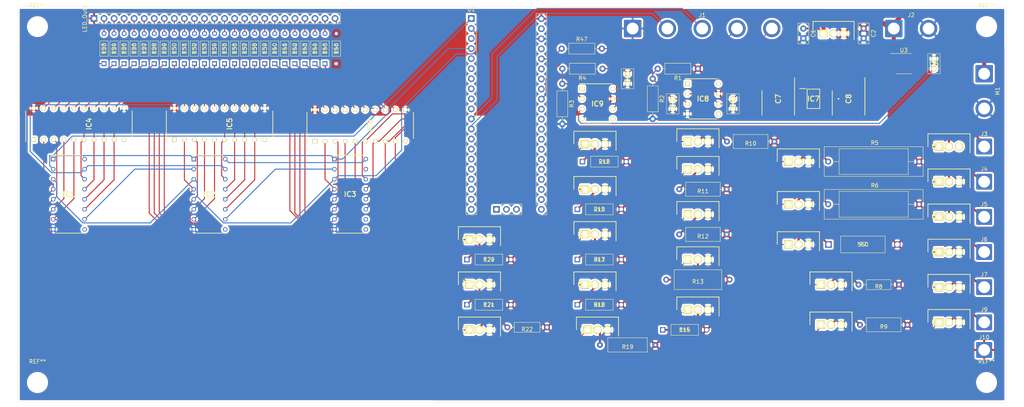
<source format=kicad_pcb>
(kicad_pcb (version 20171130) (host pcbnew "(5.1.12)-1")
  (layers (0 F.Cu signal) (31 B.Cu signal) (34 B.Paste user) (35 F.Paste user) (36 B.SilkS user) (37 F.SilkS user) (38 B.Mask user) (39 F.Mask user) (44 Edge.Cuts user))
  (net 0 "")
  (net 1 GND)
  (net 2 +24V)
  (net 3 +5V)
  (net 4 "Net-(C3-Pad1)")
  (net 5 "Net-(C4-Pad1)")
  (net 6 "Net-(C5-Pad1)")
  (net 7 CurrentDetect)
  (net 8 "Net-(C7-Pad2)")
  (net 9 "Net-(C7-Pad1)")
  (net 10 "Net-(C8-Pad2)")
  (net 11 /Loungela)
  (net 12 /Heater)
  (net 13 /TV)
  (net 14 /Fridge)
  (net 15 "Net-(IC1-Pad10)")
  (net 16 "Net-(IC1-Pad9)")
  (net 17 /Stereo)
  (net 18 Clock)
  (net 19 Data)
  (net 20 Strobe)
  (net 21 /Dishwasher)
  (net 22 /Oven)
  (net 23 /Toaster)
  (net 24 /Jug)
  (net 25 "Net-(IC2-Pad9)")
  (net 26 "Net-(IC2-Pad10)")
  (net 27 /LT_chg_1)
  (net 28 /Clock_b1)
  (net 29 /Lamp_b1)
  (net 30 /LT_chg_2)
  (net 31 /Lamp_b2)
  (net 32 /Ph_chg_1)
  (net 33 /Ph_chg_2)
  (net 34 "Net-(IC3-Pad9)")
  (net 35 "Net-(IC3-Pad10)")
  (net 36 /Light_b2)
  (net 37 /Light_b1)
  (net 38 /LED1)
  (net 39 /LED2)
  (net 40 /LED3)
  (net 41 /LED4)
  (net 42 /LED5)
  (net 43 /LED6)
  (net 44 /LED7)
  (net 45 /LED8)
  (net 46 "Net-(IC4-Pad10)")
  (net 47 "Net-(IC4-Pad1)")
  (net 48 "Net-(IC5-Pad1)")
  (net 49 "Net-(IC5-Pad10)")
  (net 50 /LED16)
  (net 51 /LED15)
  (net 52 /LED14)
  (net 53 /LED13)
  (net 54 /LED12)
  (net 55 /LED11)
  (net 56 /LED10)
  (net 57 /LED9)
  (net 58 "Net-(IC6-Pad1)")
  (net 59 "Net-(IC6-Pad10)")
  (net 60 /LED23)
  (net 61 /LED22)
  (net 62 /LED21)
  (net 63 /LED20)
  (net 64 /LED19)
  (net 65 /LED18)
  (net 66 /LED17)
  (net 67 "Net-(IC7-Pad1)")
  (net 68 "Net-(IC7-Pad7)")
  (net 69 "Net-(IC8-Pad1)")
  (net 70 "Net-(IC8-Pad5)")
  (net 71 "Net-(IC8-Pad8)")
  (net 72 "Net-(IC9-Pad8)")
  (net 73 "Net-(IC9-Pad5)")
  (net 74 "Net-(IC9-Pad2)")
  (net 75 "Net-(IC9-Pad1)")
  (net 76 SwitchSignal)
  (net 77 UART_TX)
  (net 78 UART_RX)
  (net 79 "Net-(J3-Pad1)")
  (net 80 "Net-(J4-Pad1)")
  (net 81 "Net-(J5-Pad1)")
  (net 82 "Net-(J6-Pad1)")
  (net 83 "Net-(J7-Pad1)")
  (net 84 "Net-(LED_Out1-Pad2)")
  (net 85 "Net-(LED_Out1-Pad3)")
  (net 86 "Net-(LED_Out1-Pad4)")
  (net 87 "Net-(LED_Out1-Pad5)")
  (net 88 "Net-(LED_Out1-Pad6)")
  (net 89 "Net-(LED_Out1-Pad7)")
  (net 90 "Net-(LED_Out1-Pad8)")
  (net 91 "Net-(LED_Out1-Pad9)")
  (net 92 "Net-(LED_Out1-Pad10)")
  (net 93 "Net-(LED_Out1-Pad11)")
  (net 94 "Net-(LED_Out1-Pad12)")
  (net 95 "Net-(LED_Out1-Pad13)")
  (net 96 "Net-(LED_Out1-Pad14)")
  (net 97 "Net-(LED_Out1-Pad15)")
  (net 98 "Net-(LED_Out1-Pad16)")
  (net 99 "Net-(LED_Out1-Pad17)")
  (net 100 "Net-(LED_Out1-Pad18)")
  (net 101 "Net-(LED_Out1-Pad19)")
  (net 102 "Net-(LED_Out1-Pad20)")
  (net 103 "Net-(LED_Out1-Pad21)")
  (net 104 "Net-(LED_Out1-Pad22)")
  (net 105 "Net-(LED_Out1-Pad23)")
  (net 106 "Net-(LED_Out1-Pad24)")
  (net 107 "Net-(U1-Pad21)")
  (net 108 "Net-(U1-Pad3)")
  (net 109 "Net-(U1-Pad5)")
  (net 110 "Net-(U1-Pad6)")
  (net 111 "Net-(U1-Pad7)")
  (net 112 "Net-(U1-Pad8)")
  (net 113 "Net-(U1-Pad9)")
  (net 114 "Net-(U1-Pad10)")
  (net 115 "Net-(U1-Pad13)")
  (net 116 "Net-(U1-Pad14)")
  (net 117 "Net-(U1-Pad15)")
  (net 118 "Net-(U1-Pad16)")
  (net 119 "Net-(U1-Pad17)")
  (net 120 "Net-(U1-Pad18)")
  (net 121 "Net-(U1-Pad19)")
  (net 122 "Net-(U1-Pad20)")
  (net 123 "Net-(U1-Pad39)")
  (net 124 "Net-(U1-Pad37)")
  (net 125 "Net-(U1-Pad35)")
  (net 126 "Net-(U1-Pad34)")
  (net 127 "Net-(U1-Pad33)")
  (net 128 "Net-(U1-Pad31)")
  (net 129 "Net-(U1-Pad30)")
  (net 130 "Net-(U1-Pad29)")
  (net 131 "Net-(U1-Pad28)")
  (net 132 "Net-(U1-Pad27)")
  (net 133 "Net-(U1-Pad26)")
  (net 134 "Net-(U1-Pad25)")
  (net 135 "Net-(U1-Pad24)")
  (net 136 "Net-(U1-Pad23)")
  (net 137 "Net-(U1-Pad22)")
  (net 138 "Net-(U1-Pad41)")
  (net 139 "Net-(U1-Pad43)")
  (net 140 "Net-(U1-Pad42)")
  (net 141 "Net-(U3-Pad6)")
  (net 142 24V)
  (net 143 "Net-(J9-Pad1)")
  (net 144 /Water_heater)
  (net 145 /Lounge_light)
  (net 146 /kitchen_light)
  (net 147 /Light_bath)
  (net 148 /Ph_chg_3)
  (net 149 /Clock_b2)
  (net 150 /LED24)
  (net 151 "Net-(LED_Out1-Pad25)")
  (net 152 "Net-(R47-Pad1)")
  (net 153 "Net-(Q1-Pad2)")
  (net 154 "Net-(Q2-Pad2)")
  (net 155 "Net-(Q3-Pad2)")
  (net 156 "Net-(Q4-Pad2)")
  (net 157 "Net-(Q5-Pad2)")
  (net 158 "Net-(Q6-Pad2)")
  (net 159 "Net-(Q7-Pad2)")
  (net 160 "Net-(Q8-Pad2)")
  (net 161 "Net-(Q9-Pad2)")
  (net 162 "Net-(Q10-Pad2)")
  (net 163 "Net-(Q11-Pad2)")
  (net 164 "Net-(Q12-Pad2)")
  (net 165 "Net-(Q13-Pad2)")
  (net 166 "Net-(Q14-Pad2)")
  (net 167 "Net-(Q15-Pad2)")
  (net 168 "Net-(Q16-Pad2)")
  (net 169 "Net-(Q17-Pad2)")
  (net 170 "Net-(Q18-Pad2)")
  (net 171 "Net-(Q19-Pad3)")
  (module 18k_res:18k_res (layer F.Cu) (at 163.83 106.045)
    (fp_text reference R22 (at 0 0.5) (layer F.SilkS))
    (fp_text value 18k)
    (pad 2 thru_hole circle (at 5 0) (size 1.524 1.524) (drill 0.762) (layers *.Cu *.Mask) (net 142 24V))
    (pad 1 thru_hole circle (at -5 0) (size 1.524 1.524) (drill 0.762) (layers *.Cu *.Mask) (net 170 "Net-(Q18-Pad2)"))
  )
  (module IRLB8721PBF:TO254P483X1016X1994-3P (layer F.Cu) (at 178.435 71.12)
    (fp_text reference Q11 (at 0 0) (layer F.SilkS) (effects (font (size 1.27 1.27) (thickness 0.254))))
    (fp_text value IRLB8721PBF hide)
    (pad 3 thru_hole circle (at 5.08 0 90) (size 2.07 2.07) (drill 1.38) (layers *.Cu *.Mask F.SilkS) (net 1 GND))
    (pad 2 thru_hole circle (at 2.54 0 90) (size 2.07 2.07) (drill 1.38) (layers *.Cu *.Mask F.SilkS) (net 163 "Net-(Q11-Pad2)"))
    (pad 1 thru_hole rect (at 0 0 90) (size 2.07 2.07) (drill 1.38) (layers *.Cu *.Mask F.SilkS) (net 37 /Light_b1))
  )
  (module Connector_Wire:SolderWire-2.5sqmm_1x01_D2.4mm_OD3.6mm (layer F.Cu) (at 279.4 111.76)
    (fp_text reference J10 (at 0 -3.2) (layer F.SilkS))
    (fp_text value 24V_to_chassis)
    (pad 1 thru_hole roundrect (at 0 0) (size 4 4) (drill 3) (layers *.Cu *.Mask) (roundrect_rratio 0.0625) (net 142 24V))
  )
  (module 1k2_res:1k2_res_v2 (layer F.Cu) (at 207.01 93.98)
    (fp_text reference R13 (at 0 0.5) (layer F.SilkS))
    (fp_text value 1k2)
    (pad 2 thru_hole circle (at 8 0) (size 1.524 1.524) (drill 0.762) (layers *.Cu *.Mask) (net 142 24V))
    (pad 1 thru_hole circle (at -8 0) (size 1.524 1.524) (drill 0.762) (layers *.Cu *.Mask) (net 161 "Net-(Q9-Pad2)"))
  )
  (module footprints:RNMF14FTC150R (layer F.Cu) (at 115.57 39.37 90)
    (fp_text reference R46 (at 3.81 0 90) (layer F.SilkS))
    (fp_text value 150 (at 3.81 0 90) (layer F.SilkS))
    (fp_text user * (at 0 0 90) (layer F.SilkS))
    (pad 2 thru_hole circle (at 7.62 0 90) (size 1.2446 1.2446) (drill 0.7366) (layers *.Cu *.Mask) (net 151 "Net-(LED_Out1-Pad25)"))
    (pad 1 thru_hole rect (at 0 0 90) (size 1.2446 1.2446) (drill 0.7366) (layers *.Cu *.Mask) (net 150 /LED24))
  )
  (module LR1:LR1F1K5 (layer F.Cu) (at 148.59 100.33)
    (fp_text reference R21 (at 5.55117 0) (layer F.SilkS))
    (fp_text value 12k (at 5.55117 0) (layer F.SilkS))
    (fp_text user * (at 0 0) (layer F.SilkS))
    (pad 2 thru_hole circle (at 11.10234 0) (size 1.397 1.397) (drill 0.889) (layers *.Cu *.Mask) (net 142 24V))
    (pad 1 thru_hole rect (at 0 0) (size 1.397 1.397) (drill 0.889) (layers *.Cu *.Mask) (net 169 "Net-(Q17-Pad2)"))
  )
  (module LR1:LR1F1K5 (layer F.Cu) (at 148.59 88.9)
    (fp_text reference R20 (at 5.55117 0) (layer F.SilkS))
    (fp_text value 12k (at 5.55117 0) (layer F.SilkS))
    (fp_text user * (at 0 0) (layer F.SilkS))
    (pad 2 thru_hole circle (at 11.10234 0) (size 1.397 1.397) (drill 0.889) (layers *.Cu *.Mask) (net 142 24V))
    (pad 1 thru_hole rect (at 0 0) (size 1.397 1.397) (drill 0.889) (layers *.Cu *.Mask) (net 168 "Net-(Q16-Pad2)"))
  )
  (module 3k3R:LR1F3K3 (layer F.Cu) (at 176.53 88.9)
    (fp_text reference R17 (at 5.55117 0) (layer F.SilkS))
    (fp_text value 3k3 (at 5.55117 0) (layer F.SilkS))
    (fp_text user * (at 0 0) (layer F.SilkS))
    (pad 2 thru_hole circle (at 11.10234 0) (size 1.397 1.397) (drill 0.889) (layers *.Cu *.Mask) (net 142 24V))
    (pad 1 thru_hole rect (at 0 0) (size 1.397 1.397) (drill 0.889) (layers *.Cu *.Mask) (net 165 "Net-(Q13-Pad2)"))
  )
  (module LR1:LR1F1K5 (layer F.Cu) (at 177.8 64.135)
    (fp_text reference R16 (at 5.55117 0) (layer F.SilkS))
    (fp_text value 2k2 (at 5.55117 0) (layer F.SilkS))
    (fp_text user * (at 0 0) (layer F.SilkS))
    (pad 2 thru_hole circle (at 11.10234 0) (size 1.397 1.397) (drill 0.889) (layers *.Cu *.Mask) (net 142 24V))
    (pad 1 thru_hole rect (at 0 0) (size 1.397 1.397) (drill 0.889) (layers *.Cu *.Mask) (net 164 "Net-(Q12-Pad2)"))
  )
  (module LR1:LR1F1K5 (layer F.Cu) (at 176.53 76.2)
    (fp_text reference R15 (at 5.55117 0) (layer F.SilkS))
    (fp_text value 2k2 (at 5.55117 0) (layer F.SilkS))
    (fp_text user * (at 0 0) (layer F.SilkS))
    (pad 2 thru_hole circle (at 11.10234 0) (size 1.397 1.397) (drill 0.889) (layers *.Cu *.Mask) (net 142 24V))
    (pad 1 thru_hole rect (at 0 0) (size 1.397 1.397) (drill 0.889) (layers *.Cu *.Mask) (net 163 "Net-(Q11-Pad2)"))
  )
  (module LR1:LR1F1K5 (layer F.Cu) (at 198.12 106.68)
    (fp_text reference R14 (at 5.55117 0) (layer F.SilkS))
    (fp_text value 1k5 (at 5.55117 0) (layer F.SilkS))
    (fp_text user * (at 0 0) (layer F.SilkS))
    (pad 2 thru_hole circle (at 11.10234 0) (size 1.397 1.397) (drill 0.889) (layers *.Cu *.Mask) (net 142 24V))
    (pad 1 thru_hole rect (at 0 0) (size 1.397 1.397) (drill 0.889) (layers *.Cu *.Mask) (net 162 "Net-(Q10-Pad2)"))
  )
  (module 18k_res:10k_res (layer F.Cu) (at 189.23 110.49)
    (fp_text reference R19 (at 0 0.5) (layer F.SilkS))
    (fp_text value 10k)
    (pad 2 thru_hole circle (at 7 0) (size 1.524 1.524) (drill 0.6) (layers *.Cu *.Mask) (net 142 24V))
    (pad 1 thru_hole circle (at -7 0) (size 1.524 1.524) (drill 0.6) (layers *.Cu *.Mask) (net 167 "Net-(Q15-Pad2)"))
  )
  (module LR1:LR1F1K5 (layer F.Cu) (at 176.53 100.33)
    (fp_text reference R18 (at 5.55117 0) (layer F.SilkS))
    (fp_text value 8k2 (at 5.55117 0) (layer F.SilkS))
    (fp_text user * (at 0 0) (layer F.SilkS))
    (pad 2 thru_hole circle (at 11.10234 0) (size 1.397 1.397) (drill 0.889) (layers *.Cu *.Mask) (net 142 24V))
    (pad 1 thru_hole rect (at 0 0) (size 1.397 1.397) (drill 0.889) (layers *.Cu *.Mask) (net 166 "Net-(Q14-Pad2)"))
  )
  (module 1K_load:1K_load (layer F.Cu) (at 208.28 82.55)
    (fp_text reference R12 (at 0 0.5) (layer F.SilkS))
    (fp_text value 1k)
    (pad 2 thru_hole circle (at 6 0) (size 1.524 1.524) (drill 0.7) (layers *.Cu *.Mask) (net 142 24V))
    (pad 1 thru_hole circle (at -6 0) (size 1.524 1.524) (drill 0.7) (layers *.Cu *.Mask) (net 160 "Net-(Q8-Pad2)"))
  )
  (module 1K_load:1K_load (layer F.Cu) (at 208.28 71.12)
    (fp_text reference R11 (at 0 0.5) (layer F.SilkS))
    (fp_text value 1k)
    (pad 2 thru_hole circle (at 6 0) (size 1.524 1.524) (drill 0.7) (layers *.Cu *.Mask) (net 142 24V))
    (pad 1 thru_hole circle (at -6 0) (size 1.524 1.524) (drill 0.7) (layers *.Cu *.Mask) (net 159 "Net-(Q7-Pad2)"))
  )
  (module MFP1:MFP1_res (layer F.Cu) (at 252.73 95.25)
    (fp_text reference R8 (at 0 0.5) (layer F.SilkS))
    (fp_text value 820)
    (pad 2 thru_hole circle (at 5.1 0) (size 1.524 1.524) (drill 0.65) (layers *.Cu *.Mask) (net 142 24V))
    (pad 1 thru_hole circle (at -5.1 0) (size 1.524 1.524) (drill 0.65) (layers *.Cu *.Mask) (net 156 "Net-(Q4-Pad2)"))
  )
  (module 1K_load:1K_load (layer F.Cu) (at 220.345 59.055)
    (fp_text reference R10 (at 0 0.5) (layer F.SilkS))
    (fp_text value 1k)
    (pad 2 thru_hole circle (at 6 0) (size 1.524 1.524) (drill 0.7) (layers *.Cu *.Mask) (net 142 24V))
    (pad 1 thru_hole circle (at -6 0) (size 1.524 1.524) (drill 0.7) (layers *.Cu *.Mask) (net 158 "Net-(Q6-Pad2)"))
  )
  (module ROX5SS:ROX5SS (layer F.Cu) (at 251.46 74.93)
    (fp_text reference R6 (at 0.25 -4.75) (layer F.SilkS))
    (fp_text value 390)
    (pad 2 thru_hole circle (at 11.5 0) (size 1.524 1.524) (drill 0.8) (layers *.Cu *.Mask) (net 142 24V))
    (pad 1 thru_hole circle (at -11.5 0) (size 1.524 1.524) (drill 0.8) (layers *.Cu *.Mask) (net 154 "Net-(Q2-Pad2)"))
  )
  (module 1K_load:1K_load (layer F.Cu) (at 254 105.41)
    (fp_text reference R9 (at 0 0.5) (layer F.SilkS))
    (fp_text value 1k)
    (pad 2 thru_hole circle (at 6 0) (size 1.524 1.524) (drill 0.7) (layers *.Cu *.Mask) (net 142 24V))
    (pad 1 thru_hole circle (at -6 0) (size 1.524 1.524) (drill 0.7) (layers *.Cu *.Mask) (net 157 "Net-(Q5-Pad2)"))
  )
  (module 560R:ROX2SJ560R (layer F.Cu) (at 240.03 85.09)
    (fp_text reference R7 (at 8.70077 0) (layer F.SilkS))
    (fp_text value 560 (at 8.70077 0) (layer F.SilkS))
    (fp_text user * (at 0 0) (layer F.SilkS))
    (pad 2 thru_hole circle (at 17.401539 0) (size 1.651 1.651) (drill 1.143) (layers *.Cu *.Mask) (net 142 24V))
    (pad 1 thru_hole rect (at 0 0) (size 1.651 1.651) (drill 1.143) (layers *.Cu *.Mask) (net 155 "Net-(Q3-Pad2)"))
  )
  (module ROX5SS:ROX5SS (layer F.Cu) (at 251.46 64.135)
    (fp_text reference R5 (at 0.25 -4.75) (layer F.SilkS))
    (fp_text value 270)
    (pad 2 thru_hole circle (at 11.5 0) (size 1.524 1.524) (drill 0.8) (layers *.Cu *.Mask) (net 142 24V))
    (pad 1 thru_hole circle (at -11.5 0) (size 1.524 1.524) (drill 0.8) (layers *.Cu *.Mask) (net 153 "Net-(Q1-Pad2)"))
  )
  (module IRLB8721PBF:TO254P483X1016X1994-3P (layer F.Cu) (at 267.97 104.775)
    (fp_text reference Q24 (at 0 0) (layer F.SilkS) (effects (font (size 1.27 1.27) (thickness 0.254))))
    (fp_text value IRLB8721PBF hide)
    (pad 3 thru_hole circle (at 5.08 0 90) (size 2.07 2.07) (drill 1.38) (layers *.Cu *.Mask F.SilkS) (net 1 GND))
    (pad 2 thru_hole circle (at 2.54 0 90) (size 2.07 2.07) (drill 1.38) (layers *.Cu *.Mask F.SilkS) (net 143 "Net-(J9-Pad1)"))
    (pad 1 thru_hole rect (at 0 0 90) (size 2.07 2.07) (drill 1.38) (layers *.Cu *.Mask F.SilkS) (net 13 /TV))
  )
  (module IRLB8721PBF:TO254P483X1016X1994-3P (layer F.Cu) (at 267.97 95.885)
    (fp_text reference Q23 (at 0 0) (layer F.SilkS) (effects (font (size 1.27 1.27) (thickness 0.254))))
    (fp_text value IRLB8721PBF hide)
    (pad 3 thru_hole circle (at 5.08 0 90) (size 2.07 2.07) (drill 1.38) (layers *.Cu *.Mask F.SilkS) (net 1 GND))
    (pad 2 thru_hole circle (at 2.54 0 90) (size 2.07 2.07) (drill 1.38) (layers *.Cu *.Mask F.SilkS) (net 83 "Net-(J7-Pad1)"))
    (pad 1 thru_hole rect (at 0 0 90) (size 2.07 2.07) (drill 1.38) (layers *.Cu *.Mask F.SilkS) (net 23 /Toaster))
  )
  (module IRLB8721PBF:TO254P483X1016X1994-3P (layer F.Cu) (at 267.97 86.995)
    (fp_text reference Q22 (at 0 0) (layer F.SilkS) (effects (font (size 1.27 1.27) (thickness 0.254))))
    (fp_text value IRLB8721PBF hide)
    (pad 3 thru_hole circle (at 5.08 0 90) (size 2.07 2.07) (drill 1.38) (layers *.Cu *.Mask F.SilkS) (net 1 GND))
    (pad 2 thru_hole circle (at 2.54 0 90) (size 2.07 2.07) (drill 1.38) (layers *.Cu *.Mask F.SilkS) (net 82 "Net-(J6-Pad1)"))
    (pad 1 thru_hole rect (at 0 0 90) (size 2.07 2.07) (drill 1.38) (layers *.Cu *.Mask F.SilkS) (net 21 /Dishwasher))
  )
  (module IRLB8721PBF:TO254P483X1016X1994-3P (layer F.Cu) (at 267.97 78.105)
    (fp_text reference Q21 (at 0 0) (layer F.SilkS) (effects (font (size 1.27 1.27) (thickness 0.254))))
    (fp_text value IRLB8721PBF hide)
    (pad 3 thru_hole circle (at 5.08 0 90) (size 2.07 2.07) (drill 1.38) (layers *.Cu *.Mask F.SilkS) (net 1 GND))
    (pad 2 thru_hole circle (at 2.54 0 90) (size 2.07 2.07) (drill 1.38) (layers *.Cu *.Mask F.SilkS) (net 81 "Net-(J5-Pad1)"))
    (pad 1 thru_hole rect (at 0 0 90) (size 2.07 2.07) (drill 1.38) (layers *.Cu *.Mask F.SilkS) (net 24 /Jug))
  )
  (module IRLB8721PBF:TO254P483X1016X1994-3P (layer F.Cu) (at 267.97 69.215)
    (fp_text reference Q20 (at 0 0) (layer F.SilkS) (effects (font (size 1.27 1.27) (thickness 0.254))))
    (fp_text value IRLB8721PBF hide)
    (pad 3 thru_hole circle (at 5.08 0 90) (size 2.07 2.07) (drill 1.38) (layers *.Cu *.Mask F.SilkS) (net 1 GND))
    (pad 2 thru_hole circle (at 2.54 0 90) (size 2.07 2.07) (drill 1.38) (layers *.Cu *.Mask F.SilkS) (net 80 "Net-(J4-Pad1)"))
    (pad 1 thru_hole rect (at 0 0 90) (size 2.07 2.07) (drill 1.38) (layers *.Cu *.Mask F.SilkS) (net 12 /Heater))
  )
  (module IRLB8721PBF:TO254P483X1016X1994-3P (layer F.Cu) (at 267.97 60.325)
    (fp_text reference Q19 (at 0 0) (layer F.SilkS) (effects (font (size 1.27 1.27) (thickness 0.254))))
    (fp_text value IRLB8721PBF hide)
    (pad 3 thru_hole circle (at 5.08 0 90) (size 2.07 2.07) (drill 1.38) (layers *.Cu *.Mask F.SilkS) (net 171 "Net-(Q19-Pad3)"))
    (pad 2 thru_hole circle (at 2.54 0 90) (size 2.07 2.07) (drill 1.38) (layers *.Cu *.Mask F.SilkS) (net 79 "Net-(J3-Pad1)"))
    (pad 1 thru_hole rect (at 0 0 90) (size 2.07 2.07) (drill 1.38) (layers *.Cu *.Mask F.SilkS) (net 144 /Water_heater))
  )
  (module IRLB8721PBF:TO254P483X1016X1994-3P (layer F.Cu) (at 149.225 106.68)
    (fp_text reference Q18 (at 0 0) (layer F.SilkS) (effects (font (size 1.27 1.27) (thickness 0.254))))
    (fp_text value IRLB8721PBF hide)
    (pad 3 thru_hole circle (at 5.08 0 90) (size 2.07 2.07) (drill 1.38) (layers *.Cu *.Mask F.SilkS) (net 1 GND))
    (pad 2 thru_hole circle (at 2.54 0 90) (size 2.07 2.07) (drill 1.38) (layers *.Cu *.Mask F.SilkS) (net 170 "Net-(Q18-Pad2)"))
    (pad 1 thru_hole rect (at 0 0 90) (size 2.07 2.07) (drill 1.38) (layers *.Cu *.Mask F.SilkS) (net 148 /Ph_chg_3))
  )
  (module IRLB8721PBF:TO254P483X1016X1994-3P (layer F.Cu) (at 149.225 95.25)
    (fp_text reference Q17 (at 0 0) (layer F.SilkS) (effects (font (size 1.27 1.27) (thickness 0.254))))
    (fp_text value IRLB8721PBF hide)
    (pad 3 thru_hole circle (at 5.08 0 90) (size 2.07 2.07) (drill 1.38) (layers *.Cu *.Mask F.SilkS) (net 1 GND))
    (pad 2 thru_hole circle (at 2.54 0 90) (size 2.07 2.07) (drill 1.38) (layers *.Cu *.Mask F.SilkS) (net 169 "Net-(Q17-Pad2)"))
    (pad 1 thru_hole rect (at 0 0 90) (size 2.07 2.07) (drill 1.38) (layers *.Cu *.Mask F.SilkS) (net 33 /Ph_chg_2))
  )
  (module IRLB8721PBF:TO254P483X1016X1994-3P (layer F.Cu) (at 149.225 83.82)
    (fp_text reference Q16 (at 0 0) (layer F.SilkS) (effects (font (size 1.27 1.27) (thickness 0.254))))
    (fp_text value IRLB8721PBF hide)
    (pad 3 thru_hole circle (at 5.08 0 90) (size 2.07 2.07) (drill 1.38) (layers *.Cu *.Mask F.SilkS) (net 1 GND))
    (pad 2 thru_hole circle (at 2.54 0 90) (size 2.07 2.07) (drill 1.38) (layers *.Cu *.Mask F.SilkS) (net 168 "Net-(Q16-Pad2)"))
    (pad 1 thru_hole rect (at 0 0 90) (size 2.07 2.07) (drill 1.38) (layers *.Cu *.Mask F.SilkS) (net 149 /Clock_b2))
  )
  (module IRLB8721PBF:TO254P483X1016X1994-3P (layer F.Cu) (at 179.07 106.68)
    (fp_text reference Q15 (at 0 0) (layer F.SilkS) (effects (font (size 1.27 1.27) (thickness 0.254))))
    (fp_text value IRLB8721PBF hide)
    (pad 3 thru_hole circle (at 5.08 0 90) (size 2.07 2.07) (drill 1.38) (layers *.Cu *.Mask F.SilkS) (net 1 GND))
    (pad 2 thru_hole circle (at 2.54 0 90) (size 2.07 2.07) (drill 1.38) (layers *.Cu *.Mask F.SilkS) (net 167 "Net-(Q15-Pad2)"))
    (pad 1 thru_hole rect (at 0 0 90) (size 2.07 2.07) (drill 1.38) (layers *.Cu *.Mask F.SilkS) (net 28 /Clock_b1))
  )
  (module IRLB8721PBF:TO254P483X1016X1994-3P (layer F.Cu) (at 178.435 95.25)
    (fp_text reference Q14 (at 0 0) (layer F.SilkS) (effects (font (size 1.27 1.27) (thickness 0.254))))
    (fp_text value IRLB8721PBF hide)
    (pad 3 thru_hole circle (at 5.08 0 90) (size 2.07 2.07) (drill 1.38) (layers *.Cu *.Mask F.SilkS) (net 1 GND))
    (pad 2 thru_hole circle (at 2.54 0 90) (size 2.07 2.07) (drill 1.38) (layers *.Cu *.Mask F.SilkS) (net 166 "Net-(Q14-Pad2)"))
    (pad 1 thru_hole rect (at 0 0 90) (size 2.07 2.07) (drill 1.38) (layers *.Cu *.Mask F.SilkS) (net 32 /Ph_chg_1))
  )
  (module IRLB8721PBF:TO254P483X1016X1994-3P (layer F.Cu) (at 178.435 82.55)
    (fp_text reference Q13 (at 0 0) (layer F.SilkS) (effects (font (size 1.27 1.27) (thickness 0.254))))
    (fp_text value IRLB8721PBF hide)
    (pad 3 thru_hole circle (at 5.08 0 90) (size 2.07 2.07) (drill 1.38) (layers *.Cu *.Mask F.SilkS) (net 1 GND))
    (pad 2 thru_hole circle (at 2.54 0 90) (size 2.07 2.07) (drill 1.38) (layers *.Cu *.Mask F.SilkS) (net 165 "Net-(Q13-Pad2)"))
    (pad 1 thru_hole rect (at 0 0 90) (size 2.07 2.07) (drill 1.38) (layers *.Cu *.Mask F.SilkS) (net 29 /Lamp_b1))
  )
  (module IRLB8721PBF:TO254P483X1016X1994-3P (layer F.Cu) (at 178.435 59.69)
    (fp_text reference Q12 (at 0 0) (layer F.SilkS) (effects (font (size 1.27 1.27) (thickness 0.254))))
    (fp_text value IRLB8721PBF hide)
    (pad 3 thru_hole circle (at 5.08 0 90) (size 2.07 2.07) (drill 1.38) (layers *.Cu *.Mask F.SilkS) (net 1 GND))
    (pad 2 thru_hole circle (at 2.54 0 90) (size 2.07 2.07) (drill 1.38) (layers *.Cu *.Mask F.SilkS) (net 164 "Net-(Q12-Pad2)"))
    (pad 1 thru_hole rect (at 0 0 90) (size 2.07 2.07) (drill 1.38) (layers *.Cu *.Mask F.SilkS) (net 31 /Lamp_b2))
  )
  (module IRLB8721PBF:TO254P483X1016X1994-3P (layer F.Cu) (at 204.47 101.6)
    (fp_text reference Q10 (at 0 0) (layer F.SilkS) (effects (font (size 1.27 1.27) (thickness 0.254))))
    (fp_text value IRLB8721PBF hide)
    (pad 3 thru_hole circle (at 5.08 0 90) (size 2.07 2.07) (drill 1.38) (layers *.Cu *.Mask F.SilkS) (net 1 GND))
    (pad 2 thru_hole circle (at 2.54 0 90) (size 2.07 2.07) (drill 1.38) (layers *.Cu *.Mask F.SilkS) (net 162 "Net-(Q10-Pad2)"))
    (pad 1 thru_hole rect (at 0 0 90) (size 2.07 2.07) (drill 1.38) (layers *.Cu *.Mask F.SilkS) (net 146 /kitchen_light))
  )
  (module IRLB8721PBF:TO254P483X1016X1994-3P (layer F.Cu) (at 204.47 88.9)
    (fp_text reference Q9 (at 0 0) (layer F.SilkS) (effects (font (size 1.27 1.27) (thickness 0.254))))
    (fp_text value IRLB8721PBF hide)
    (pad 3 thru_hole circle (at 5.08 0 90) (size 2.07 2.07) (drill 1.38) (layers *.Cu *.Mask F.SilkS) (net 1 GND))
    (pad 2 thru_hole circle (at 2.54 0 90) (size 2.07 2.07) (drill 1.38) (layers *.Cu *.Mask F.SilkS) (net 161 "Net-(Q9-Pad2)"))
    (pad 1 thru_hole rect (at 0 0 90) (size 2.07 2.07) (drill 1.38) (layers *.Cu *.Mask F.SilkS) (net 36 /Light_b2))
  )
  (module IRLB8721PBF:TO254P483X1016X1994-3P (layer F.Cu) (at 204.47 77.47)
    (fp_text reference Q8 (at 0 0) (layer F.SilkS) (effects (font (size 1.27 1.27) (thickness 0.254))))
    (fp_text value IRLB8721PBF hide)
    (pad 3 thru_hole circle (at 5.08 0 90) (size 2.07 2.07) (drill 1.38) (layers *.Cu *.Mask F.SilkS) (net 1 GND))
    (pad 2 thru_hole circle (at 2.54 0 90) (size 2.07 2.07) (drill 1.38) (layers *.Cu *.Mask F.SilkS) (net 160 "Net-(Q8-Pad2)"))
    (pad 1 thru_hole rect (at 0 0 90) (size 2.07 2.07) (drill 1.38) (layers *.Cu *.Mask F.SilkS) (net 30 /LT_chg_2))
  )
  (module IRLB8721PBF:TO254P483X1016X1994-3P (layer F.Cu) (at 204.47 66.04)
    (fp_text reference Q7 (at 0 0) (layer F.SilkS) (effects (font (size 1.27 1.27) (thickness 0.254))))
    (fp_text value IRLB8721PBF hide)
    (pad 3 thru_hole circle (at 5.08 0 90) (size 2.07 2.07) (drill 1.38) (layers *.Cu *.Mask F.SilkS) (net 1 GND))
    (pad 2 thru_hole circle (at 2.54 0 90) (size 2.07 2.07) (drill 1.38) (layers *.Cu *.Mask F.SilkS) (net 159 "Net-(Q7-Pad2)"))
    (pad 1 thru_hole rect (at 0 0 90) (size 2.07 2.07) (drill 1.38) (layers *.Cu *.Mask F.SilkS) (net 147 /Light_bath))
  )
  (module IRLB8721PBF:TO254P483X1016X1994-3P (layer F.Cu) (at 204.47 59.055)
    (fp_text reference Q6 (at 0 0) (layer F.SilkS) (effects (font (size 1.27 1.27) (thickness 0.254))))
    (fp_text value IRLB8721PBF hide)
    (pad 3 thru_hole circle (at 5.08 0 90) (size 2.07 2.07) (drill 1.38) (layers *.Cu *.Mask F.SilkS) (net 1 GND))
    (pad 2 thru_hole circle (at 2.54 0 90) (size 2.07 2.07) (drill 1.38) (layers *.Cu *.Mask F.SilkS) (net 158 "Net-(Q6-Pad2)"))
    (pad 1 thru_hole rect (at 0 0 90) (size 2.07 2.07) (drill 1.38) (layers *.Cu *.Mask F.SilkS) (net 11 /Loungela))
  )
  (module IRLB8721PBF:TO254P483X1016X1994-3P (layer F.Cu) (at 238.125 105.41)
    (fp_text reference Q5 (at 0 0) (layer F.SilkS) (effects (font (size 1.27 1.27) (thickness 0.254))))
    (fp_text value IRLB8721PBF hide)
    (pad 3 thru_hole circle (at 5.08 0 90) (size 2.07 2.07) (drill 1.38) (layers *.Cu *.Mask F.SilkS) (net 1 GND))
    (pad 2 thru_hole circle (at 2.54 0 90) (size 2.07 2.07) (drill 1.38) (layers *.Cu *.Mask F.SilkS) (net 157 "Net-(Q5-Pad2)"))
    (pad 1 thru_hole rect (at 0 0 90) (size 2.07 2.07) (drill 1.38) (layers *.Cu *.Mask F.SilkS) (net 145 /Lounge_light))
  )
  (module IRLB8721PBF:TO254P483X1016X1994-3P (layer F.Cu) (at 238.125 95.25)
    (fp_text reference Q4 (at 0 0) (layer F.SilkS) (effects (font (size 1.27 1.27) (thickness 0.254))))
    (fp_text value IRLB8721PBF hide)
    (pad 3 thru_hole circle (at 5.08 0 90) (size 2.07 2.07) (drill 1.38) (layers *.Cu *.Mask F.SilkS) (net 1 GND))
    (pad 2 thru_hole circle (at 2.54 0 90) (size 2.07 2.07) (drill 1.38) (layers *.Cu *.Mask F.SilkS) (net 156 "Net-(Q4-Pad2)"))
    (pad 1 thru_hole rect (at 0 0 90) (size 2.07 2.07) (drill 1.38) (layers *.Cu *.Mask F.SilkS) (net 27 /LT_chg_1))
  )
  (module IRLB8721PBF:TO254P483X1016X1994-3P (layer F.Cu) (at 229.87 85.09)
    (fp_text reference Q3 (at 0 0) (layer F.SilkS) (effects (font (size 1.27 1.27) (thickness 0.254))))
    (fp_text value IRLB8721PBF hide)
    (pad 3 thru_hole circle (at 5.08 0 90) (size 2.07 2.07) (drill 1.38) (layers *.Cu *.Mask F.SilkS) (net 1 GND))
    (pad 2 thru_hole circle (at 2.54 0 90) (size 2.07 2.07) (drill 1.38) (layers *.Cu *.Mask F.SilkS) (net 155 "Net-(Q3-Pad2)"))
    (pad 1 thru_hole rect (at 0 0 90) (size 2.07 2.07) (drill 1.38) (layers *.Cu *.Mask F.SilkS) (net 17 /Stereo))
  )
  (module IRLB8721PBF:TO254P483X1016X1994-3P (layer F.Cu) (at 229.87 74.93)
    (fp_text reference Q2 (at 0 0) (layer F.SilkS) (effects (font (size 1.27 1.27) (thickness 0.254))))
    (fp_text value IRLB8721PBF hide)
    (pad 3 thru_hole circle (at 5.08 0 90) (size 2.07 2.07) (drill 1.38) (layers *.Cu *.Mask F.SilkS) (net 1 GND))
    (pad 2 thru_hole circle (at 2.54 0 90) (size 2.07 2.07) (drill 1.38) (layers *.Cu *.Mask F.SilkS) (net 154 "Net-(Q2-Pad2)"))
    (pad 1 thru_hole rect (at 0 0 90) (size 2.07 2.07) (drill 1.38) (layers *.Cu *.Mask F.SilkS) (net 14 /Fridge))
  )
  (module IRLB8721PBF:TO254P483X1016X1994-3P (layer F.Cu) (at 229.87 64.135)
    (fp_text reference Q1 (at 0 0) (layer F.SilkS) (effects (font (size 1.27 1.27) (thickness 0.254))))
    (fp_text value IRLB8721PBF hide)
    (pad 3 thru_hole circle (at 5.08 0 90) (size 2.07 2.07) (drill 1.38) (layers *.Cu *.Mask F.SilkS) (net 1 GND))
    (pad 2 thru_hole circle (at 2.54 0 90) (size 2.07 2.07) (drill 1.38) (layers *.Cu *.Mask F.SilkS) (net 153 "Net-(Q1-Pad2)"))
    (pad 1 thru_hole rect (at 0 0 90) (size 2.07 2.07) (drill 1.38) (layers *.Cu *.Mask F.SilkS) (net 22 /Oven))
  )
  (module Connector_Wire:SolderWire-2.5sqmm_1x01_D2.4mm_OD3.6mm (layer F.Cu) (at 279.4 104.775)
    (fp_text reference J9 (at 0 -3.2) (layer F.SilkS))
    (fp_text value From_TV)
    (pad 1 thru_hole roundrect (at 0 0) (size 4 4) (drill 3) (layers *.Cu *.Mask) (roundrect_rratio 0.0625) (net 143 "Net-(J9-Pad1)"))
  )
  (module Connector_Wire:SolderWire-2.5sqmm_1x01_D2.4mm_OD3.6mm (layer F.Cu) (at 279.4 95.885)
    (fp_text reference J7 (at 0 -3.2) (layer F.SilkS))
    (fp_text value From_toaster)
    (pad 1 thru_hole roundrect (at 0 0) (size 4 4) (drill 3) (layers *.Cu *.Mask) (roundrect_rratio 0.0625) (net 83 "Net-(J7-Pad1)"))
  )
  (module Connector_Wire:SolderWire-2.5sqmm_1x01_D2.4mm_OD3.6mm (layer F.Cu) (at 279.4 86.995)
    (fp_text reference J6 (at 0 -3.2) (layer F.SilkS))
    (fp_text value From_dish)
    (pad 1 thru_hole roundrect (at 0 0) (size 4 4) (drill 3) (layers *.Cu *.Mask) (roundrect_rratio 0.0625) (net 82 "Net-(J6-Pad1)"))
  )
  (module Connector_Wire:SolderWire-2.5sqmm_1x01_D2.4mm_OD3.6mm (layer F.Cu) (at 279.4 78.105)
    (fp_text reference J5 (at 0 -3.2) (layer F.SilkS))
    (fp_text value From_jug)
    (pad 1 thru_hole roundrect (at 0 0) (size 4 4) (drill 3) (layers *.Cu *.Mask) (roundrect_rratio 0.0625) (net 81 "Net-(J5-Pad1)"))
  )
  (module Connector_Wire:SolderWire-2.5sqmm_1x01_D2.4mm_OD3.6mm (layer F.Cu) (at 279.4 69.215)
    (fp_text reference J4 (at 0 -3.2) (layer F.SilkS))
    (fp_text value From_heater)
    (pad 1 thru_hole roundrect (at 0 0) (size 4 4) (drill 3) (layers *.Cu *.Mask) (roundrect_rratio 0.0625) (net 80 "Net-(J4-Pad1)"))
  )
  (module Connector_Wire:SolderWire-2.5sqmm_1x01_D2.4mm_OD3.6mm (layer F.Cu) (at 279.4 60.325)
    (fp_text reference J3 (at 0 -3.2) (layer F.SilkS))
    (fp_text value From_water_heater)
    (pad 1 thru_hole roundrect (at 0 0) (size 4 4) (drill 3) (layers *.Cu *.Mask) (roundrect_rratio 0.0625) (net 79 "Net-(J3-Pad1)"))
  )
  (module Connector_Wire:SolderWire-2.5sqmm_1x05_P8.8mm_D2.4mm_OD4.4mm (layer F.Cu) (at 190.5 30.48)
    (fp_text reference J1 (at 17.6 -3.4) (layer F.SilkS))
    (fp_text value Conn_01x05_Female)
    (pad 1 thru_hole roundrect (at 0 0) (size 4.4 4.4) (drill 3) (layers *.Cu *.Mask) (roundrect_rratio 0.05681795454545455) (net 1 GND))
    (pad 2 thru_hole circle (at 8.8 0) (size 4.4 4.4) (drill 3) (layers *.Cu *.Mask) (net 78 UART_RX))
    (pad 3 thru_hole circle (at 17.6 0) (size 4.4 4.4) (drill 3) (layers *.Cu *.Mask) (net 77 UART_TX))
    (pad 4 thru_hole circle (at 26.4 0) (size 4.4 4.4) (drill 3) (layers *.Cu *.Mask) (net 76 SwitchSignal))
    (pad 5 thru_hole circle (at 35.2 0) (size 4.4 4.4) (drill 3) (layers *.Cu *.Mask) (net 7 CurrentDetect))
  )
  (module Resistor_THT:R_Axial_DIN0207_L6.3mm_D2.5mm_P10.16mm_Horizontal (layer F.Cu) (at 172.56 35.56)
    (fp_text reference R47 (at 5.08 -2.37) (layer F.SilkS))
    (fp_text value 10k)
    (pad 1 thru_hole circle (at 0 0) (size 1.6 1.6) (drill 0.8) (layers *.Cu *.Mask) (net 152 "Net-(R47-Pad1)"))
    (pad 2 thru_hole oval (at 10.16 0) (size 1.6 1.6) (drill 0.8) (layers *.Cu *.Mask) (net 76 SwitchSignal))
  )
  (module TLC59211IN:DIP794W53P254L2540H508Q20N (layer F.Cu) (at 121.6 55 90)
    (fp_text reference IC6 (at 0 2.54 90) (layer F.SilkS) (effects (font (size 1.27 1.27) (thickness 0.254))))
    (fp_text value TLC59211IN hide)
    (pad 1 thru_hole rect (at -3.97 -11.43 180) (size 1.13 1.13) (drill 0.73) (layers *.Cu *.Mask F.SilkS) (net 58 "Net-(IC6-Pad1)"))
    (pad 2 thru_hole circle (at -3.97 -8.89 180) (size 1.13 1.13) (drill 0.73) (layers *.Cu *.Mask F.SilkS) (net 28 /Clock_b1))
    (pad 3 thru_hole circle (at -3.97 -6.35 180) (size 1.13 1.13) (drill 0.73) (layers *.Cu *.Mask F.SilkS) (net 32 /Ph_chg_1))
    (pad 4 thru_hole circle (at -3.97 -3.81 180) (size 1.13 1.13) (drill 0.73) (layers *.Cu *.Mask F.SilkS) (net 29 /Lamp_b1))
    (pad 5 thru_hole circle (at -3.97 -1.27 180) (size 1.13 1.13) (drill 0.73) (layers *.Cu *.Mask F.SilkS) (net 37 /Light_b1))
    (pad 6 thru_hole circle (at -3.97 1.27 180) (size 1.13 1.13) (drill 0.73) (layers *.Cu *.Mask F.SilkS) (net 149 /Clock_b2))
    (pad 7 thru_hole circle (at -3.97 3.81 180) (size 1.13 1.13) (drill 0.73) (layers *.Cu *.Mask F.SilkS) (net 33 /Ph_chg_2))
    (pad 8 thru_hole circle (at -3.97 6.35 180) (size 1.13 1.13) (drill 0.73) (layers *.Cu *.Mask F.SilkS) (net 148 /Ph_chg_3))
    (pad 9 thru_hole circle (at -3.97 8.89 180) (size 1.13 1.13) (drill 0.73) (layers *.Cu *.Mask F.SilkS) (net 31 /Lamp_b2))
    (pad 10 thru_hole circle (at -3.97 11.43 180) (size 1.13 1.13) (drill 0.73) (layers *.Cu *.Mask F.SilkS) (net 59 "Net-(IC6-Pad10)"))
    (pad 11 thru_hole circle (at 3.97 11.43 180) (size 1.13 1.13) (drill 0.73) (layers *.Cu *.Mask F.SilkS) (net 1 GND))
    (pad 12 thru_hole circle (at 3.97 8.89 180) (size 1.13 1.13) (drill 0.73) (layers *.Cu *.Mask F.SilkS) (net 150 /LED24))
    (pad 13 thru_hole circle (at 3.97 6.35 180) (size 1.13 1.13) (drill 0.73) (layers *.Cu *.Mask F.SilkS) (net 60 /LED23))
    (pad 14 thru_hole circle (at 3.97 3.81 180) (size 1.13 1.13) (drill 0.73) (layers *.Cu *.Mask F.SilkS) (net 61 /LED22))
    (pad 15 thru_hole circle (at 3.97 1.27 180) (size 1.13 1.13) (drill 0.73) (layers *.Cu *.Mask F.SilkS) (net 62 /LED21))
    (pad 16 thru_hole circle (at 3.97 -1.27 180) (size 1.13 1.13) (drill 0.73) (layers *.Cu *.Mask F.SilkS) (net 63 /LED20))
    (pad 17 thru_hole circle (at 3.97 -3.81 180) (size 1.13 1.13) (drill 0.73) (layers *.Cu *.Mask F.SilkS) (net 64 /LED19))
    (pad 18 thru_hole circle (at 3.97 -6.35 180) (size 1.13 1.13) (drill 0.73) (layers *.Cu *.Mask F.SilkS) (net 65 /LED18))
    (pad 19 thru_hole circle (at 3.97 -8.89 180) (size 1.13 1.13) (drill 0.73) (layers *.Cu *.Mask F.SilkS) (net 66 /LED17))
    (pad 20 thru_hole circle (at 3.97 -11.43 180) (size 1.13 1.13) (drill 0.73) (layers *.Cu *.Mask F.SilkS) (net 3 +5V))
  )
  (module PiPico:PinHeader_2x20_P2.54mm_PICO (layer F.Cu) (at 149.7 27.94)
    (fp_text reference U1 (at 0 -2.33) (layer F.SilkS))
    (fp_text value Pico-PICO_RP2040)
    (pad 21 thru_hole oval (at 17.72 48.26 180) (size 1.7 1.7) (drill 1) (layers *.Cu *.Mask) (net 107 "Net-(U1-Pad21)"))
    (pad 1 thru_hole rect (at 0 0) (size 1.7 1.7) (drill 1) (layers *.Cu *.Mask) (net 19 Data))
    (pad 2 thru_hole oval (at 0 2.54) (size 1.7 1.7) (drill 1) (layers *.Cu *.Mask) (net 18 Clock))
    (pad 3 thru_hole oval (at 0 5.08) (size 1.7 1.7) (drill 1) (layers *.Cu *.Mask) (net 108 "Net-(U1-Pad3)"))
    (pad 4 thru_hole oval (at 0 7.62) (size 1.7 1.7) (drill 1) (layers *.Cu *.Mask) (net 20 Strobe))
    (pad 5 thru_hole oval (at 0 10.16) (size 1.7 1.7) (drill 1) (layers *.Cu *.Mask) (net 109 "Net-(U1-Pad5)"))
    (pad 6 thru_hole oval (at 0 12.7) (size 1.7 1.7) (drill 1) (layers *.Cu *.Mask) (net 110 "Net-(U1-Pad6)"))
    (pad 7 thru_hole oval (at 0 15.24) (size 1.7 1.7) (drill 1) (layers *.Cu *.Mask) (net 111 "Net-(U1-Pad7)"))
    (pad 8 thru_hole oval (at 0 17.78) (size 1.7 1.7) (drill 1) (layers *.Cu *.Mask) (net 112 "Net-(U1-Pad8)"))
    (pad 9 thru_hole oval (at 0 20.32) (size 1.7 1.7) (drill 1) (layers *.Cu *.Mask) (net 113 "Net-(U1-Pad9)"))
    (pad 10 thru_hole oval (at 0 22.86) (size 1.7 1.7) (drill 1) (layers *.Cu *.Mask) (net 114 "Net-(U1-Pad10)"))
    (pad 11 thru_hole oval (at 0 25.4) (size 1.7 1.7) (drill 1) (layers *.Cu *.Mask) (net 77 UART_TX))
    (pad 12 thru_hole oval (at 0 27.94) (size 1.7 1.7) (drill 1) (layers *.Cu *.Mask) (net 78 UART_RX))
    (pad 13 thru_hole oval (at 0 30.48) (size 1.7 1.7) (drill 1) (layers *.Cu *.Mask) (net 115 "Net-(U1-Pad13)"))
    (pad 14 thru_hole oval (at 0 33.02) (size 1.7 1.7) (drill 1) (layers *.Cu *.Mask) (net 116 "Net-(U1-Pad14)"))
    (pad 15 thru_hole oval (at 0 35.56) (size 1.7 1.7) (drill 1) (layers *.Cu *.Mask) (net 117 "Net-(U1-Pad15)"))
    (pad 16 thru_hole oval (at 0 38.1) (size 1.7 1.7) (drill 1) (layers *.Cu *.Mask) (net 118 "Net-(U1-Pad16)"))
    (pad 17 thru_hole oval (at 0 40.64) (size 1.7 1.7) (drill 1) (layers *.Cu *.Mask) (net 119 "Net-(U1-Pad17)"))
    (pad 18 thru_hole oval (at 0 43.18) (size 1.7 1.7) (drill 1) (layers *.Cu *.Mask) (net 120 "Net-(U1-Pad18)"))
    (pad 19 thru_hole oval (at 0 45.72) (size 1.7 1.7) (drill 1) (layers *.Cu *.Mask) (net 121 "Net-(U1-Pad19)"))
    (pad 20 thru_hole oval (at 0 48.26) (size 1.7 1.7) (drill 1) (layers *.Cu *.Mask) (net 122 "Net-(U1-Pad20)"))
    (pad 40 thru_hole oval (at 17.72 0.06 270) (size 1.7 1.7) (drill 1) (layers *.Cu *.Mask) (net 3 +5V))
    (pad 39 thru_hole oval (at 17.72 2.6 180) (size 1.7 1.7) (drill 1) (layers *.Cu *.Mask) (net 123 "Net-(U1-Pad39)"))
    (pad 38 thru_hole oval (at 17.72 5.14 180) (size 1.7 1.7) (drill 1) (layers *.Cu *.Mask) (net 1 GND))
    (pad 37 thru_hole oval (at 17.72 7.68 180) (size 1.7 1.7) (drill 1) (layers *.Cu *.Mask) (net 124 "Net-(U1-Pad37)"))
    (pad 36 thru_hole oval (at 17.72 10.22 180) (size 1.7 1.7) (drill 1) (layers *.Cu *.Mask) (net 152 "Net-(R47-Pad1)"))
    (pad 35 thru_hole oval (at 17.72 12.76 180) (size 1.7 1.7) (drill 1) (layers *.Cu *.Mask) (net 125 "Net-(U1-Pad35)"))
    (pad 34 thru_hole oval (at 17.72 15.3 180) (size 1.7 1.7) (drill 1) (layers *.Cu *.Mask) (net 126 "Net-(U1-Pad34)"))
    (pad 33 thru_hole oval (at 17.72 17.84 180) (size 1.7 1.7) (drill 1) (layers *.Cu *.Mask) (net 127 "Net-(U1-Pad33)"))
    (pad 32 thru_hole oval (at 17.72 20.38 180) (size 1.7 1.7) (drill 1) (layers *.Cu *.Mask) (net 76 SwitchSignal))
    (pad 31 thru_hole oval (at 17.72 22.92 180) (size 1.7 1.7) (drill 1) (layers *.Cu *.Mask) (net 128 "Net-(U1-Pad31)"))
    (pad 30 thru_hole oval (at 17.72 25.46 180) (size 1.7 1.7) (drill 1) (layers *.Cu *.Mask) (net 129 "Net-(U1-Pad30)"))
    (pad 29 thru_hole oval (at 17.72 28 180) (size 1.7 1.7) (drill 1) (layers *.Cu *.Mask) (net 130 "Net-(U1-Pad29)"))
    (pad 28 thru_hole oval (at 17.72 30.54 180) (size 1.7 1.7) (drill 1) (layers *.Cu *.Mask) (net 131 "Net-(U1-Pad28)"))
    (pad 27 thru_hole oval (at 17.72 33.08 180) (size 1.7 1.7) (drill 1) (layers *.Cu *.Mask) (net 132 "Net-(U1-Pad27)"))
    (pad 26 thru_hole oval (at 17.72 35.62 180) (size 1.7 1.7) (drill 1) (layers *.Cu *.Mask) (net 133 "Net-(U1-Pad26)"))
    (pad 25 thru_hole oval (at 17.72 38.16 180) (size 1.7 1.7) (drill 1) (layers *.Cu *.Mask) (net 134 "Net-(U1-Pad25)"))
    (pad 24 thru_hole oval (at 17.72 40.7 180) (size 1.7 1.7) (drill 1) (layers *.Cu *.Mask) (net 135 "Net-(U1-Pad24)"))
    (pad 23 thru_hole oval (at 17.72 43.24 180) (size 1.7 1.7) (drill 1) (layers *.Cu *.Mask) (net 136 "Net-(U1-Pad23)"))
    (pad 22 thru_hole oval (at 17.72 45.78 180) (size 1.7 1.7) (drill 1) (layers *.Cu *.Mask) (net 137 "Net-(U1-Pad22)"))
    (pad 41 thru_hole rect (at 6.35 48.26 90) (size 1.7 1.7) (drill 1) (layers *.Cu *.Mask) (net 138 "Net-(U1-Pad41)"))
    (pad 43 thru_hole oval (at 11.43 48.26 90) (size 1.7 1.7) (drill 1) (layers *.Cu *.Mask) (net 139 "Net-(U1-Pad43)"))
    (pad 42 thru_hole oval (at 8.89 48.26 90) (size 1.7 1.7) (drill 1) (layers *.Cu *.Mask) (net 140 "Net-(U1-Pad42)"))
  )
  (module MountingHole:MountingHole_4.3mm_M4 (layer F.Cu) (at 40 30)
    (fp_text reference REF** (at 0 -5.3) (layer F.SilkS))
    (fp_text value MountingHole_4.3mm_M4)
    (pad 1 np_thru_hole circle (at 0 0) (size 4.3 4.3) (drill 4.3) (layers *.Cu *.Mask))
  )
  (module MountingHole:MountingHole_4.3mm_M4 (layer F.Cu) (at 40 120)
    (fp_text reference REF** (at 0 -5.3) (layer F.SilkS))
    (fp_text value MountingHole_4.3mm_M4)
    (pad 1 np_thru_hole circle (at 0 0) (size 4.3 4.3) (drill 4.3) (layers *.Cu *.Mask))
  )
  (module MountingHole:MountingHole_4.3mm_M4 (layer F.Cu) (at 280 120)
    (fp_text reference REF** (at 0 -5.3) (layer F.SilkS))
    (fp_text value MountingHole_4.3mm_M4)
    (pad 1 np_thru_hole circle (at 0 0) (size 4.3 4.3) (drill 4.3) (layers *.Cu *.Mask))
  )
  (module MountingHole:MountingHole_4.3mm_M4 (layer F.Cu) (at 280 30)
    (fp_text reference REF** (at 0 -5.3) (layer F.SilkS))
    (fp_text value MountingHole_4.3mm_M4)
    (pad 1 np_thru_hole circle (at 0 0) (size 4.3 4.3) (drill 4.3) (layers *.Cu *.Mask))
  )
  (module TLC59211IN:DIP794W53P254L2540H508Q20N (layer F.Cu) (at 86.04 54.61 90)
    (fp_text reference IC5 (at 0 2.54 90) (layer F.SilkS) (effects (font (size 1.27 1.27) (thickness 0.254))))
    (fp_text value TLC59211IN hide)
    (pad 1 thru_hole rect (at -3.97 -11.43 180) (size 1.13 1.13) (drill 0.73) (layers *.Cu *.Mask F.SilkS) (net 48 "Net-(IC5-Pad1)"))
    (pad 2 thru_hole circle (at -3.97 -8.89 180) (size 1.13 1.13) (drill 0.73) (layers *.Cu *.Mask F.SilkS) (net 17 /Stereo))
    (pad 3 thru_hole circle (at -3.97 -6.35 180) (size 1.13 1.13) (drill 0.73) (layers *.Cu *.Mask F.SilkS) (net 14 /Fridge))
    (pad 4 thru_hole circle (at -3.97 -3.81 180) (size 1.13 1.13) (drill 0.73) (layers *.Cu *.Mask F.SilkS) (net 22 /Oven))
    (pad 5 thru_hole circle (at -3.97 -1.27 180) (size 1.13 1.13) (drill 0.73) (layers *.Cu *.Mask F.SilkS) (net 146 /kitchen_light))
    (pad 6 thru_hole circle (at -3.97 1.27 180) (size 1.13 1.13) (drill 0.73) (layers *.Cu *.Mask F.SilkS) (net 11 /Loungela))
    (pad 7 thru_hole circle (at -3.97 3.81 180) (size 1.13 1.13) (drill 0.73) (layers *.Cu *.Mask F.SilkS) (net 147 /Light_bath))
    (pad 8 thru_hole circle (at -3.97 6.35 180) (size 1.13 1.13) (drill 0.73) (layers *.Cu *.Mask F.SilkS) (net 30 /LT_chg_2))
    (pad 9 thru_hole circle (at -3.97 8.89 180) (size 1.13 1.13) (drill 0.73) (layers *.Cu *.Mask F.SilkS) (net 36 /Light_b2))
    (pad 10 thru_hole circle (at -3.97 11.43 180) (size 1.13 1.13) (drill 0.73) (layers *.Cu *.Mask F.SilkS) (net 49 "Net-(IC5-Pad10)"))
    (pad 11 thru_hole circle (at 3.97 11.43 180) (size 1.13 1.13) (drill 0.73) (layers *.Cu *.Mask F.SilkS) (net 1 GND))
    (pad 12 thru_hole circle (at 3.97 8.89 180) (size 1.13 1.13) (drill 0.73) (layers *.Cu *.Mask F.SilkS) (net 50 /LED16))
    (pad 13 thru_hole circle (at 3.97 6.35 180) (size 1.13 1.13) (drill 0.73) (layers *.Cu *.Mask F.SilkS) (net 51 /LED15))
    (pad 14 thru_hole circle (at 3.97 3.81 180) (size 1.13 1.13) (drill 0.73) (layers *.Cu *.Mask F.SilkS) (net 52 /LED14))
    (pad 15 thru_hole circle (at 3.97 1.27 180) (size 1.13 1.13) (drill 0.73) (layers *.Cu *.Mask F.SilkS) (net 53 /LED13))
    (pad 16 thru_hole circle (at 3.97 -1.27 180) (size 1.13 1.13) (drill 0.73) (layers *.Cu *.Mask F.SilkS) (net 54 /LED12))
    (pad 17 thru_hole circle (at 3.97 -3.81 180) (size 1.13 1.13) (drill 0.73) (layers *.Cu *.Mask F.SilkS) (net 55 /LED11))
    (pad 18 thru_hole circle (at 3.97 -6.35 180) (size 1.13 1.13) (drill 0.73) (layers *.Cu *.Mask F.SilkS) (net 56 /LED10))
    (pad 19 thru_hole circle (at 3.97 -8.89 180) (size 1.13 1.13) (drill 0.73) (layers *.Cu *.Mask F.SilkS) (net 57 /LED9))
    (pad 20 thru_hole circle (at 3.97 -11.43 180) (size 1.13 1.13) (drill 0.73) (layers *.Cu *.Mask F.SilkS) (net 3 +5V))
  )
  (module TLC59211IN:DIP794W53P254L2540H508Q20N (layer F.Cu) (at 50.48 54.61 90)
    (fp_text reference IC4 (at 0 2.54 90) (layer F.SilkS) (effects (font (size 1.27 1.27) (thickness 0.254))))
    (fp_text value TLC59211IN hide)
    (pad 20 thru_hole circle (at 3.97 -11.43 180) (size 1.13 1.13) (drill 0.73) (layers *.Cu *.Mask F.SilkS) (net 3 +5V))
    (pad 19 thru_hole circle (at 3.97 -8.89 180) (size 1.13 1.13) (drill 0.73) (layers *.Cu *.Mask F.SilkS) (net 38 /LED1))
    (pad 18 thru_hole circle (at 3.97 -6.35 180) (size 1.13 1.13) (drill 0.73) (layers *.Cu *.Mask F.SilkS) (net 39 /LED2))
    (pad 17 thru_hole circle (at 3.97 -3.81 180) (size 1.13 1.13) (drill 0.73) (layers *.Cu *.Mask F.SilkS) (net 40 /LED3))
    (pad 16 thru_hole circle (at 3.97 -1.27 180) (size 1.13 1.13) (drill 0.73) (layers *.Cu *.Mask F.SilkS) (net 41 /LED4))
    (pad 15 thru_hole circle (at 3.97 1.27 180) (size 1.13 1.13) (drill 0.73) (layers *.Cu *.Mask F.SilkS) (net 42 /LED5))
    (pad 14 thru_hole circle (at 3.97 3.81 180) (size 1.13 1.13) (drill 0.73) (layers *.Cu *.Mask F.SilkS) (net 43 /LED6))
    (pad 13 thru_hole circle (at 3.97 6.35 180) (size 1.13 1.13) (drill 0.73) (layers *.Cu *.Mask F.SilkS) (net 44 /LED7))
    (pad 12 thru_hole circle (at 3.97 8.89 180) (size 1.13 1.13) (drill 0.73) (layers *.Cu *.Mask F.SilkS) (net 45 /LED8))
    (pad 11 thru_hole circle (at 3.97 11.43 180) (size 1.13 1.13) (drill 0.73) (layers *.Cu *.Mask F.SilkS) (net 1 GND))
    (pad 10 thru_hole circle (at -3.97 11.43 180) (size 1.13 1.13) (drill 0.73) (layers *.Cu *.Mask F.SilkS) (net 46 "Net-(IC4-Pad10)"))
    (pad 9 thru_hole circle (at -3.97 8.89 180) (size 1.13 1.13) (drill 0.73) (layers *.Cu *.Mask F.SilkS) (net 12 /Heater))
    (pad 8 thru_hole circle (at -3.97 6.35 180) (size 1.13 1.13) (drill 0.73) (layers *.Cu *.Mask F.SilkS) (net 144 /Water_heater))
    (pad 7 thru_hole circle (at -3.97 3.81 180) (size 1.13 1.13) (drill 0.73) (layers *.Cu *.Mask F.SilkS) (net 145 /Lounge_light))
    (pad 6 thru_hole circle (at -3.97 1.27 180) (size 1.13 1.13) (drill 0.73) (layers *.Cu *.Mask F.SilkS) (net 27 /LT_chg_1))
    (pad 5 thru_hole circle (at -3.97 -1.27 180) (size 1.13 1.13) (drill 0.73) (layers *.Cu *.Mask F.SilkS) (net 24 /Jug))
    (pad 4 thru_hole circle (at -3.97 -3.81 180) (size 1.13 1.13) (drill 0.73) (layers *.Cu *.Mask F.SilkS) (net 21 /Dishwasher))
    (pad 3 thru_hole circle (at -3.97 -6.35 180) (size 1.13 1.13) (drill 0.73) (layers *.Cu *.Mask F.SilkS) (net 23 /Toaster))
    (pad 2 thru_hole circle (at -3.97 -8.89 180) (size 1.13 1.13) (drill 0.73) (layers *.Cu *.Mask F.SilkS) (net 13 /TV))
    (pad 1 thru_hole rect (at -3.97 -11.43 180) (size 1.13 1.13) (drill 0.73) (layers *.Cu *.Mask F.SilkS) (net 47 "Net-(IC4-Pad1)"))
  )
  (module footprints:RNMF14FTC150R (layer F.Cu) (at 56.83 39.37 90)
    (fp_text reference R23 (at 3.81 0 90) (layer F.SilkS))
    (fp_text value 150 (at 3.81 0 90) (layer F.SilkS))
    (fp_text user * (at 0 0 90) (layer F.SilkS))
    (pad 2 thru_hole circle (at 7.62 0 90) (size 1.2446 1.2446) (drill 0.7366) (layers *.Cu *.Mask) (net 84 "Net-(LED_Out1-Pad2)"))
    (pad 1 thru_hole rect (at 0 0 90) (size 1.2446 1.2446) (drill 0.7366) (layers *.Cu *.Mask) (net 38 /LED1))
  )
  (module Capacitor_THT:C_Disc_D5.0mm_W2.5mm_P2.50mm (layer F.Cu) (at 233.68 30.48 270)
    (fp_text reference C1 (at 1.25 -2.5 90) (layer F.SilkS))
    (fp_text value 10uF)
    (pad 2 thru_hole circle (at 2.5 0 270) (size 1.6 1.6) (drill 0.8) (layers *.Cu *.Mask) (net 1 GND))
    (pad 1 thru_hole circle (at 0 0 270) (size 1.6 1.6) (drill 0.8) (layers *.Cu *.Mask) (net 2 +24V))
  )
  (module Capacitor_THT:C_Disc_D5.0mm_W2.5mm_P2.50mm (layer F.Cu) (at 248.92 30.48 270)
    (fp_text reference C2 (at 1.25 -2.5 90) (layer F.SilkS))
    (fp_text value 10uF)
    (pad 1 thru_hole circle (at 0 0 270) (size 1.6 1.6) (drill 0.8) (layers *.Cu *.Mask) (net 3 +5V))
    (pad 2 thru_hole circle (at 2.5 0 270) (size 1.6 1.6) (drill 0.8) (layers *.Cu *.Mask) (net 1 GND))
  )
  (module C320C104J3G5TA:C320C104J3G5TA (layer F.Cu) (at 200.66 48.26 270)
    (fp_text reference C3 (at 1.27 0 90) (layer F.SilkS) (effects (font (size 1.27 1.27) (thickness 0.254))))
    (fp_text value 0.1uF hide)
    (pad 2 thru_hole circle (at 2.54 0) (size 1.316 1.316) (drill 0.81) (layers *.Cu *.Mask F.SilkS) (net 1 GND))
    (pad 1 thru_hole circle (at 0 0) (size 1.316 1.316) (drill 0.81) (layers *.Cu *.Mask F.SilkS) (net 4 "Net-(C3-Pad1)"))
  )
  (module C320C104J3G5TA:C320C104J3G5TA (layer F.Cu) (at 215.9 48.26 270)
    (fp_text reference C4 (at 1.27 0 90) (layer F.SilkS) (effects (font (size 1.27 1.27) (thickness 0.254))))
    (fp_text value 0.1uF hide)
    (pad 1 thru_hole circle (at 0 0) (size 1.316 1.316) (drill 0.81) (layers *.Cu *.Mask F.SilkS) (net 5 "Net-(C4-Pad1)"))
    (pad 2 thru_hole circle (at 2.54 0) (size 1.316 1.316) (drill 0.81) (layers *.Cu *.Mask F.SilkS) (net 1 GND))
  )
  (module C320C104J3G5TA:C320C104J3G5TA (layer F.Cu) (at 266.7 40.64 90)
    (fp_text reference C5 (at 1.27 0) (layer F.SilkS) (effects (font (size 1.27 1.27) (thickness 0.254))))
    (fp_text value 0.1uF hide)
    (pad 1 thru_hole circle (at 0 0 180) (size 1.316 1.316) (drill 0.81) (layers *.Cu *.Mask F.SilkS) (net 6 "Net-(C5-Pad1)"))
    (pad 2 thru_hole circle (at 2.54 0 180) (size 1.316 1.316) (drill 0.81) (layers *.Cu *.Mask F.SilkS) (net 1 GND))
  )
  (module C320C104J3G5TA:C320C104J3G5TA (layer F.Cu) (at 189.23 41.91 270)
    (fp_text reference C6 (at 1.27 0 90) (layer F.SilkS) (effects (font (size 1.27 1.27) (thickness 0.254))))
    (fp_text value 0.1uF hide)
    (pad 2 thru_hole circle (at 2.54 0) (size 1.316 1.316) (drill 0.81) (layers *.Cu *.Mask F.SilkS) (net 1 GND))
    (pad 1 thru_hole circle (at 0 0) (size 1.316 1.316) (drill 0.81) (layers *.Cu *.Mask F.SilkS) (net 7 CurrentDetect))
  )
  (module UUQ1H470MCL1GS:CAPAE825X1030N (layer F.Cu) (at 227.33 48.26 270)
    (fp_text reference C7 (at 0 0 90) (layer F.SilkS) (effects (font (size 1.27 1.27) (thickness 0.254))))
    (fp_text value 47uF hide)
    (pad 2 smd rect (at 3.35 0) (size 2.15 4) (layers F.Cu F.Paste F.Mask) (net 8 "Net-(C7-Pad2)"))
    (pad 1 smd rect (at -3.35 0) (size 2.15 4) (layers F.Cu F.Paste F.Mask) (net 9 "Net-(C7-Pad1)"))
  )
  (module UUQ1H470MCL1GS:CAPAE825X1030N (layer F.Cu) (at 245.11 48.26 270)
    (fp_text reference C8 (at 0 0 90) (layer F.SilkS) (effects (font (size 1.27 1.27) (thickness 0.254))))
    (fp_text value 47uF hide)
    (pad 1 smd rect (at -3.35 0) (size 2.15 4) (layers F.Cu F.Paste F.Mask) (net 1 GND))
    (pad 2 smd rect (at 3.35 0) (size 2.15 4) (layers F.Cu F.Paste F.Mask) (net 10 "Net-(C8-Pad2)"))
  )
  (module 8-Bit_Register:DIP794W53P254L1930H508Q16N (layer F.Cu) (at 47.94 72.39)
    (fp_text reference IC1 (at 0 0) (layer F.SilkS) (effects (font (size 1.27 1.27) (thickness 0.254))))
    (fp_text value CD4094BE hide)
    (pad 16 thru_hole circle (at 3.97 -8.89) (size 1.13 1.13) (drill 0.73) (layers *.Cu *.Mask) (net 3 +5V))
    (pad 15 thru_hole circle (at 3.97 -6.35) (size 1.13 1.13) (drill 0.73) (layers *.Cu *.Mask) (net 3 +5V))
    (pad 14 thru_hole circle (at 3.97 -3.81) (size 1.13 1.13) (drill 0.73) (layers *.Cu *.Mask) (net 27 /LT_chg_1))
    (pad 13 thru_hole circle (at 3.97 -1.27) (size 1.13 1.13) (drill 0.73) (layers *.Cu *.Mask) (net 145 /Lounge_light))
    (pad 12 thru_hole circle (at 3.97 1.27) (size 1.13 1.13) (drill 0.73) (layers *.Cu *.Mask) (net 144 /Water_heater))
    (pad 11 thru_hole circle (at 3.97 3.81) (size 1.13 1.13) (drill 0.73) (layers *.Cu *.Mask) (net 12 /Heater))
    (pad 10 thru_hole circle (at 3.97 6.35) (size 1.13 1.13) (drill 0.73) (layers *.Cu *.Mask) (net 15 "Net-(IC1-Pad10)"))
    (pad 9 thru_hole circle (at 3.97 8.89) (size 1.13 1.13) (drill 0.73) (layers *.Cu *.Mask) (net 16 "Net-(IC1-Pad9)"))
    (pad 8 thru_hole circle (at -3.97 8.89) (size 1.13 1.13) (drill 0.73) (layers *.Cu *.Mask) (net 1 GND))
    (pad 7 thru_hole circle (at -3.97 6.35) (size 1.13 1.13) (drill 0.73) (layers *.Cu *.Mask) (net 24 /Jug))
    (pad 6 thru_hole circle (at -3.97 3.81) (size 1.13 1.13) (drill 0.73) (layers *.Cu *.Mask) (net 21 /Dishwasher))
    (pad 5 thru_hole circle (at -3.97 1.27) (size 1.13 1.13) (drill 0.73) (layers *.Cu *.Mask) (net 23 /Toaster))
    (pad 4 thru_hole circle (at -3.97 -1.27) (size 1.13 1.13) (drill 0.73) (layers *.Cu *.Mask) (net 13 /TV))
    (pad 3 thru_hole circle (at -3.97 -3.81) (size 1.13 1.13) (drill 0.73) (layers *.Cu *.Mask) (net 18 Clock))
    (pad 2 thru_hole circle (at -3.97 -6.35) (size 1.13 1.13) (drill 0.73) (layers *.Cu *.Mask) (net 19 Data))
    (pad 1 thru_hole rect (at -3.97 -8.89) (size 1.13 1.13) (drill 0.73) (layers *.Cu *.Mask) (net 20 Strobe))
  )
  (module 8-Bit_Register:DIP794W53P254L1930H508Q16N (layer F.Cu) (at 83.5 72.39)
    (fp_text reference IC2 (at 0 0) (layer F.SilkS) (effects (font (size 1.27 1.27) (thickness 0.254))))
    (fp_text value CD4094BE hide)
    (pad 1 thru_hole rect (at -3.97 -8.89) (size 1.13 1.13) (drill 0.73) (layers *.Cu *.Mask) (net 20 Strobe))
    (pad 2 thru_hole circle (at -3.97 -6.35) (size 1.13 1.13) (drill 0.73) (layers *.Cu *.Mask) (net 15 "Net-(IC1-Pad10)"))
    (pad 3 thru_hole circle (at -3.97 -3.81) (size 1.13 1.13) (drill 0.73) (layers *.Cu *.Mask) (net 18 Clock))
    (pad 4 thru_hole circle (at -3.97 -1.27) (size 1.13 1.13) (drill 0.73) (layers *.Cu *.Mask) (net 17 /Stereo))
    (pad 5 thru_hole circle (at -3.97 1.27) (size 1.13 1.13) (drill 0.73) (layers *.Cu *.Mask) (net 14 /Fridge))
    (pad 6 thru_hole circle (at -3.97 3.81) (size 1.13 1.13) (drill 0.73) (layers *.Cu *.Mask) (net 22 /Oven))
    (pad 7 thru_hole circle (at -3.97 6.35) (size 1.13 1.13) (drill 0.73) (layers *.Cu *.Mask) (net 146 /kitchen_light))
    (pad 8 thru_hole circle (at -3.97 8.89) (size 1.13 1.13) (drill 0.73) (layers *.Cu *.Mask) (net 1 GND))
    (pad 9 thru_hole circle (at 3.97 8.89) (size 1.13 1.13) (drill 0.73) (layers *.Cu *.Mask) (net 25 "Net-(IC2-Pad9)"))
    (pad 10 thru_hole circle (at 3.97 6.35) (size 1.13 1.13) (drill 0.73) (layers *.Cu *.Mask) (net 26 "Net-(IC2-Pad10)"))
    (pad 11 thru_hole circle (at 3.97 3.81) (size 1.13 1.13) (drill 0.73) (layers *.Cu *.Mask) (net 36 /Light_b2))
    (pad 12 thru_hole circle (at 3.97 1.27) (size 1.13 1.13) (drill 0.73) (layers *.Cu *.Mask) (net 30 /LT_chg_2))
    (pad 13 thru_hole circle (at 3.97 -1.27) (size 1.13 1.13) (drill 0.73) (layers *.Cu *.Mask) (net 147 /Light_bath))
    (pad 14 thru_hole circle (at 3.97 -3.81) (size 1.13 1.13) (drill 0.73) (layers *.Cu *.Mask) (net 11 /Loungela))
    (pad 15 thru_hole circle (at 3.97 -6.35) (size 1.13 1.13) (drill 0.73) (layers *.Cu *.Mask) (net 3 +5V))
    (pad 16 thru_hole circle (at 3.97 -8.89) (size 1.13 1.13) (drill 0.73) (layers *.Cu *.Mask) (net 3 +5V))
  )
  (module 8-Bit_Register:DIP794W53P254L1930H508Q16N (layer F.Cu) (at 119.06 72.39)
    (fp_text reference IC3 (at 0 0) (layer F.SilkS) (effects (font (size 1.27 1.27) (thickness 0.254))))
    (fp_text value CD4094BE hide)
    (pad 1 thru_hole rect (at -3.97 -8.89) (size 1.13 1.13) (drill 0.73) (layers *.Cu *.Mask) (net 20 Strobe))
    (pad 2 thru_hole circle (at -3.97 -6.35) (size 1.13 1.13) (drill 0.73) (layers *.Cu *.Mask) (net 26 "Net-(IC2-Pad10)"))
    (pad 3 thru_hole circle (at -3.97 -3.81) (size 1.13 1.13) (drill 0.73) (layers *.Cu *.Mask) (net 18 Clock))
    (pad 4 thru_hole circle (at -3.97 -1.27) (size 1.13 1.13) (drill 0.73) (layers *.Cu *.Mask) (net 28 /Clock_b1))
    (pad 5 thru_hole circle (at -3.97 1.27) (size 1.13 1.13) (drill 0.73) (layers *.Cu *.Mask) (net 32 /Ph_chg_1))
    (pad 6 thru_hole circle (at -3.97 3.81) (size 1.13 1.13) (drill 0.73) (layers *.Cu *.Mask) (net 29 /Lamp_b1))
    (pad 7 thru_hole circle (at -3.97 6.35) (size 1.13 1.13) (drill 0.73) (layers *.Cu *.Mask) (net 37 /Light_b1))
    (pad 8 thru_hole circle (at -3.97 8.89) (size 1.13 1.13) (drill 0.73) (layers *.Cu *.Mask) (net 1 GND))
    (pad 9 thru_hole circle (at 3.97 8.89) (size 1.13 1.13) (drill 0.73) (layers *.Cu *.Mask) (net 34 "Net-(IC3-Pad9)"))
    (pad 10 thru_hole circle (at 3.97 6.35) (size 1.13 1.13) (drill 0.73) (layers *.Cu *.Mask) (net 35 "Net-(IC3-Pad10)"))
    (pad 11 thru_hole circle (at 3.97 3.81) (size 1.13 1.13) (drill 0.73) (layers *.Cu *.Mask) (net 31 /Lamp_b2))
    (pad 12 thru_hole circle (at 3.97 1.27) (size 1.13 1.13) (drill 0.73) (layers *.Cu *.Mask) (net 148 /Ph_chg_3))
    (pad 13 thru_hole circle (at 3.97 -1.27) (size 1.13 1.13) (drill 0.73) (layers *.Cu *.Mask) (net 33 /Ph_chg_2))
    (pad 14 thru_hole circle (at 3.97 -3.81) (size 1.13 1.13) (drill 0.73) (layers *.Cu *.Mask) (net 149 /Clock_b2))
    (pad 15 thru_hole circle (at 3.97 -6.35) (size 1.13 1.13) (drill 0.73) (layers *.Cu *.Mask) (net 3 +5V))
    (pad 16 thru_hole circle (at 3.97 -8.89) (size 1.13 1.13) (drill 0.73) (layers *.Cu *.Mask) (net 3 +5V))
  )
  (module LM2662MX:SOIC127P600X175-8N (layer F.Cu) (at 236.22 48.26)
    (fp_text reference IC7 (at 0 0) (layer F.SilkS) (effects (font (size 1.27 1.27) (thickness 0.254))))
    (fp_text value LM2662MX hide)
    (pad 1 smd rect (at -2.711 -1.905 90) (size 0.65 1.528) (layers F.Cu F.Paste F.Mask) (net 67 "Net-(IC7-Pad1)"))
    (pad 2 smd rect (at -2.711 -0.635 90) (size 0.65 1.528) (layers F.Cu F.Paste F.Mask) (net 9 "Net-(C7-Pad1)"))
    (pad 3 smd rect (at -2.711 0.635 90) (size 0.65 1.528) (layers F.Cu F.Paste F.Mask) (net 1 GND))
    (pad 4 smd rect (at -2.711 1.905 90) (size 0.65 1.528) (layers F.Cu F.Paste F.Mask) (net 8 "Net-(C7-Pad2)"))
    (pad 5 smd rect (at 2.711 1.905 90) (size 0.65 1.528) (layers F.Cu F.Paste F.Mask) (net 10 "Net-(C8-Pad2)"))
    (pad 6 smd rect (at 2.711 0.635 90) (size 0.65 1.528) (layers F.Cu F.Paste F.Mask) (net 1 GND))
    (pad 7 smd rect (at 2.711 -0.635 90) (size 0.65 1.528) (layers F.Cu F.Paste F.Mask) (net 68 "Net-(IC7-Pad7)"))
    (pad 8 smd rect (at 2.711 -1.905 90) (size 0.65 1.528) (layers F.Cu F.Paste F.Mask) (net 5 "Net-(C4-Pad1)"))
  )
  (module MCP6241-E_P:DIP781W56P254L950H533Q8N (layer F.Cu) (at 208.28 48.26)
    (fp_text reference IC8 (at 0 0) (layer F.SilkS) (effects (font (size 1.27 1.27) (thickness 0.254))))
    (fp_text value MCP6241-E_P hide)
    (pad 1 thru_hole rect (at -3.905 -3.81 90) (size 1.159 1.159) (drill 0.759) (layers *.Cu *.Mask F.SilkS) (net 69 "Net-(IC8-Pad1)"))
    (pad 2 thru_hole circle (at -3.905 -1.27 90) (size 1.159 1.159) (drill 0.759) (layers *.Cu *.Mask F.SilkS) (net 5 "Net-(C4-Pad1)"))
    (pad 3 thru_hole circle (at -3.905 1.27 90) (size 1.159 1.159) (drill 0.759) (layers *.Cu *.Mask F.SilkS) (net 4 "Net-(C3-Pad1)"))
    (pad 4 thru_hole circle (at -3.905 3.81 90) (size 1.159 1.159) (drill 0.759) (layers *.Cu *.Mask F.SilkS) (net 1 GND))
    (pad 5 thru_hole circle (at 3.905 3.81 90) (size 1.159 1.159) (drill 0.759) (layers *.Cu *.Mask F.SilkS) (net 70 "Net-(IC8-Pad5)"))
    (pad 6 thru_hole circle (at 3.905 1.27 90) (size 1.159 1.159) (drill 0.759) (layers *.Cu *.Mask F.SilkS) (net 5 "Net-(C4-Pad1)"))
    (pad 7 thru_hole circle (at 3.905 -1.27 90) (size 1.159 1.159) (drill 0.759) (layers *.Cu *.Mask F.SilkS) (net 3 +5V))
    (pad 8 thru_hole circle (at 3.905 -3.81 90) (size 1.159 1.159) (drill 0.759) (layers *.Cu *.Mask F.SilkS) (net 71 "Net-(IC8-Pad8)"))
  )
  (module MCP6241-E_P:DIP781W56P254L950H533Q8N (layer F.Cu) (at 181.61 49.53)
    (fp_text reference IC9 (at 0 0) (layer F.SilkS) (effects (font (size 1.27 1.27) (thickness 0.254))))
    (fp_text value MCP6241-E_P hide)
    (pad 8 thru_hole circle (at 3.905 -3.81 90) (size 1.159 1.159) (drill 0.759) (layers *.Cu *.Mask F.SilkS) (net 72 "Net-(IC9-Pad8)"))
    (pad 7 thru_hole circle (at 3.905 -1.27 90) (size 1.159 1.159) (drill 0.759) (layers *.Cu *.Mask F.SilkS) (net 3 +5V))
    (pad 6 thru_hole circle (at 3.905 1.27 90) (size 1.159 1.159) (drill 0.759) (layers *.Cu *.Mask F.SilkS) (net 7 CurrentDetect))
    (pad 5 thru_hole circle (at 3.905 3.81 90) (size 1.159 1.159) (drill 0.759) (layers *.Cu *.Mask F.SilkS) (net 73 "Net-(IC9-Pad5)"))
    (pad 4 thru_hole circle (at -3.905 3.81 90) (size 1.159 1.159) (drill 0.759) (layers *.Cu *.Mask F.SilkS) (net 1 GND))
    (pad 3 thru_hole circle (at -3.905 1.27 90) (size 1.159 1.159) (drill 0.759) (layers *.Cu *.Mask F.SilkS) (net 6 "Net-(C5-Pad1)"))
    (pad 2 thru_hole circle (at -3.905 -1.27 90) (size 1.159 1.159) (drill 0.759) (layers *.Cu *.Mask F.SilkS) (net 74 "Net-(IC9-Pad2)"))
    (pad 1 thru_hole rect (at -3.905 -3.81 90) (size 1.159 1.159) (drill 0.759) (layers *.Cu *.Mask F.SilkS) (net 75 "Net-(IC9-Pad1)"))
  )
  (module Connector_Wire:SolderWire-2.5sqmm_1x02_P8.8mm_D2.4mm_OD4.4mm (layer F.Cu) (at 256.54 30.48)
    (fp_text reference J2 (at 4.4 -3.4) (layer F.SilkS))
    (fp_text value Conn_01x02_Female)
    (pad 2 thru_hole circle (at 8.8 0) (size 4.4 4.4) (drill 3) (layers *.Cu *.Mask) (net 1 GND))
    (pad 1 thru_hole roundrect (at 0 0) (size 4.4 4.4) (drill 3) (layers *.Cu *.Mask) (roundrect_rratio 0.05681795454545455) (net 2 +24V))
  )
  (module Connector_PinHeader_2.54mm:PinHeader_1x25_P2.54mm_Vertical (layer F.Cu) (at 54.29 27.94 90)
    (fp_text reference LED_Out1 (at 0 -2.33 90) (layer F.SilkS))
    (fp_text value Conn_01x25)
    (pad 1 thru_hole rect (at 0 0 90) (size 1.7 1.7) (drill 1) (layers *.Cu *.Mask) (net 3 +5V))
    (pad 2 thru_hole oval (at 0 2.54 90) (size 1.7 1.7) (drill 1) (layers *.Cu *.Mask) (net 84 "Net-(LED_Out1-Pad2)"))
    (pad 3 thru_hole oval (at 0 5.08 90) (size 1.7 1.7) (drill 1) (layers *.Cu *.Mask) (net 85 "Net-(LED_Out1-Pad3)"))
    (pad 4 thru_hole oval (at 0 7.62 90) (size 1.7 1.7) (drill 1) (layers *.Cu *.Mask) (net 86 "Net-(LED_Out1-Pad4)"))
    (pad 5 thru_hole oval (at 0 10.16 90) (size 1.7 1.7) (drill 1) (layers *.Cu *.Mask) (net 87 "Net-(LED_Out1-Pad5)"))
    (pad 6 thru_hole oval (at 0 12.7 90) (size 1.7 1.7) (drill 1) (layers *.Cu *.Mask) (net 88 "Net-(LED_Out1-Pad6)"))
    (pad 7 thru_hole oval (at 0 15.24 90) (size 1.7 1.7) (drill 1) (layers *.Cu *.Mask) (net 89 "Net-(LED_Out1-Pad7)"))
    (pad 8 thru_hole oval (at 0 17.78 90) (size 1.7 1.7) (drill 1) (layers *.Cu *.Mask) (net 90 "Net-(LED_Out1-Pad8)"))
    (pad 9 thru_hole oval (at 0 20.32 90) (size 1.7 1.7) (drill 1) (layers *.Cu *.Mask) (net 91 "Net-(LED_Out1-Pad9)"))
    (pad 10 thru_hole oval (at 0 22.86 90) (size 1.7 1.7) (drill 1) (layers *.Cu *.Mask) (net 92 "Net-(LED_Out1-Pad10)"))
    (pad 11 thru_hole oval (at 0 25.4 90) (size 1.7 1.7) (drill 1) (layers *.Cu *.Mask) (net 93 "Net-(LED_Out1-Pad11)"))
    (pad 12 thru_hole oval (at 0 27.94 90) (size 1.7 1.7) (drill 1) (layers *.Cu *.Mask) (net 94 "Net-(LED_Out1-Pad12)"))
    (pad 13 thru_hole oval (at 0 30.48 90) (size 1.7 1.7) (drill 1) (layers *.Cu *.Mask) (net 95 "Net-(LED_Out1-Pad13)"))
    (pad 14 thru_hole oval (at 0 33.02 90) (size 1.7 1.7) (drill 1) (layers *.Cu *.Mask) (net 96 "Net-(LED_Out1-Pad14)"))
    (pad 15 thru_hole oval (at 0 35.56 90) (size 1.7 1.7) (drill 1) (layers *.Cu *.Mask) (net 97 "Net-(LED_Out1-Pad15)"))
    (pad 16 thru_hole oval (at 0 38.1 90) (size 1.7 1.7) (drill 1) (layers *.Cu *.Mask) (net 98 "Net-(LED_Out1-Pad16)"))
    (pad 17 thru_hole oval (at 0 40.64 90) (size 1.7 1.7) (drill 1) (layers *.Cu *.Mask) (net 99 "Net-(LED_Out1-Pad17)"))
    (pad 18 thru_hole oval (at 0 43.18 90) (size 1.7 1.7) (drill 1) (layers *.Cu *.Mask) (net 100 "Net-(LED_Out1-Pad18)"))
    (pad 19 thru_hole oval (at 0 45.72 90) (size 1.7 1.7) (drill 1) (layers *.Cu *.Mask) (net 101 "Net-(LED_Out1-Pad19)"))
    (pad 20 thru_hole oval (at 0 48.26 90) (size 1.7 1.7) (drill 1) (layers *.Cu *.Mask) (net 102 "Net-(LED_Out1-Pad20)"))
    (pad 21 thru_hole oval (at 0 50.8 90) (size 1.7 1.7) (drill 1) (layers *.Cu *.Mask) (net 103 "Net-(LED_Out1-Pad21)"))
    (pad 22 thru_hole oval (at 0 53.34 90) (size 1.7 1.7) (drill 1) (layers *.Cu *.Mask) (net 104 "Net-(LED_Out1-Pad22)"))
    (pad 23 thru_hole oval (at 0 55.88 90) (size 1.7 1.7) (drill 1) (layers *.Cu *.Mask) (net 105 "Net-(LED_Out1-Pad23)"))
    (pad 24 thru_hole oval (at 0 58.42 90) (size 1.7 1.7) (drill 1) (layers *.Cu *.Mask) (net 106 "Net-(LED_Out1-Pad24)"))
    (pad 25 thru_hole oval (at 0 60.96 90) (size 1.7 1.7) (drill 1) (layers *.Cu *.Mask) (net 151 "Net-(LED_Out1-Pad25)"))
  )
  (module Connector_Wire:SolderWire-2.5sqmm_1x02_P8.8mm_D2.4mm_OD4.4mm (layer F.Cu) (at 279.4 41.91 270)
    (fp_text reference M1 (at 4.4 -3.4 90) (layer F.SilkS))
    (fp_text value Fan)
    (pad 1 thru_hole roundrect (at 0 0 270) (size 4.4 4.4) (drill 3) (layers *.Cu *.Mask) (roundrect_rratio 0.05681795454545455) (net 2 +24V))
    (pad 2 thru_hole circle (at 8.8 0 270) (size 4.4 4.4) (drill 3) (layers *.Cu *.Mask) (net 1 GND))
  )
  (module Resistor_THT:R_Axial_DIN0207_L6.3mm_D2.5mm_P10.16mm_Horizontal (layer F.Cu) (at 207.01 40.64 180)
    (fp_text reference R1 (at 5.08 -2.37) (layer F.SilkS))
    (fp_text value 50k)
    (pad 2 thru_hole oval (at 10.16 0 180) (size 1.6 1.6) (drill 0.8) (layers *.Cu *.Mask) (net 4 "Net-(C3-Pad1)"))
    (pad 1 thru_hole circle (at 0 0 180) (size 1.6 1.6) (drill 0.8) (layers *.Cu *.Mask) (net 3 +5V))
  )
  (module Resistor_THT:R_Axial_DIN0207_L6.3mm_D2.5mm_P10.16mm_Horizontal (layer F.Cu) (at 195.58 43.18 270)
    (fp_text reference R2 (at 5.08 -2.37 90) (layer F.SilkS))
    (fp_text value 50k)
    (pad 1 thru_hole circle (at 0 0 270) (size 1.6 1.6) (drill 0.8) (layers *.Cu *.Mask) (net 4 "Net-(C3-Pad1)"))
    (pad 2 thru_hole oval (at 10.16 0 270) (size 1.6 1.6) (drill 0.8) (layers *.Cu *.Mask) (net 1 GND))
  )
  (module Resistor_THT:R_Axial_DIN0207_L6.3mm_D2.5mm_P10.16mm_Horizontal (layer F.Cu) (at 172.72 44.45 270)
    (fp_text reference R3 (at 5.08 -2.37 90) (layer F.SilkS))
    (fp_text value 50k)
    (pad 1 thru_hole circle (at 0 0 270) (size 1.6 1.6) (drill 0.8) (layers *.Cu *.Mask) (net 74 "Net-(IC9-Pad2)"))
    (pad 2 thru_hole oval (at 10.16 0 270) (size 1.6 1.6) (drill 0.8) (layers *.Cu *.Mask) (net 1 GND))
  )
  (module Resistor_THT:R_Axial_DIN0207_L6.3mm_D2.5mm_P10.16mm_Horizontal (layer F.Cu) (at 182.88 40.64 180)
    (fp_text reference R4 (at 5.08 -2.37) (layer F.SilkS))
    (fp_text value 100k)
    (pad 2 thru_hole oval (at 10.16 0 180) (size 1.6 1.6) (drill 0.8) (layers *.Cu *.Mask) (net 74 "Net-(IC9-Pad2)"))
    (pad 1 thru_hole circle (at 0 0 180) (size 1.6 1.6) (drill 0.8) (layers *.Cu *.Mask) (net 7 CurrentDetect))
  )
  (module footprints:RNMF14FTC150R (layer F.Cu) (at 59.37 39.37 90)
    (fp_text reference R24 (at 3.81 0 90) (layer F.SilkS))
    (fp_text value 150 (at 3.81 0 90) (layer F.SilkS))
    (fp_text user * (at 0 0 90) (layer F.SilkS))
    (pad 1 thru_hole rect (at 0 0 90) (size 1.2446 1.2446) (drill 0.7366) (layers *.Cu *.Mask) (net 39 /LED2))
    (pad 2 thru_hole circle (at 7.62 0 90) (size 1.2446 1.2446) (drill 0.7366) (layers *.Cu *.Mask) (net 85 "Net-(LED_Out1-Pad3)"))
  )
  (module footprints:RNMF14FTC150R (layer F.Cu) (at 61.91 39.37 90)
    (fp_text reference R25 (at 3.81 0 90) (layer F.SilkS))
    (fp_text value 150 (at 3.81 0 90) (layer F.SilkS))
    (fp_text user * (at 0 0 90) (layer F.SilkS))
    (pad 1 thru_hole rect (at 0 0 90) (size 1.2446 1.2446) (drill 0.7366) (layers *.Cu *.Mask) (net 40 /LED3))
    (pad 2 thru_hole circle (at 7.62 0 90) (size 1.2446 1.2446) (drill 0.7366) (layers *.Cu *.Mask) (net 86 "Net-(LED_Out1-Pad4)"))
  )
  (module footprints:RNMF14FTC150R (layer F.Cu) (at 64.45 39.37 90)
    (fp_text reference R26 (at 3.81 0 90) (layer F.SilkS))
    (fp_text value 150 (at 3.81 0 90) (layer F.SilkS))
    (fp_text user * (at 0 0 90) (layer F.SilkS))
    (pad 2 thru_hole circle (at 7.62 0 90) (size 1.2446 1.2446) (drill 0.7366) (layers *.Cu *.Mask) (net 87 "Net-(LED_Out1-Pad5)"))
    (pad 1 thru_hole rect (at 0 0 90) (size 1.2446 1.2446) (drill 0.7366) (layers *.Cu *.Mask) (net 41 /LED4))
  )
  (module footprints:RNMF14FTC150R (layer F.Cu) (at 66.99 39.37 90)
    (fp_text reference R27 (at 3.81 0 90) (layer F.SilkS))
    (fp_text value 150 (at 3.81 0 90) (layer F.SilkS))
    (fp_text user * (at 0 0 90) (layer F.SilkS))
    (pad 2 thru_hole circle (at 7.62 0 90) (size 1.2446 1.2446) (drill 0.7366) (layers *.Cu *.Mask) (net 88 "Net-(LED_Out1-Pad6)"))
    (pad 1 thru_hole rect (at 0 0 90) (size 1.2446 1.2446) (drill 0.7366) (layers *.Cu *.Mask) (net 42 /LED5))
  )
  (module footprints:RNMF14FTC150R (layer F.Cu) (at 69.53 39.37 90)
    (fp_text reference R28 (at 3.81 0 90) (layer F.SilkS))
    (fp_text value 150 (at 3.81 0 90) (layer F.SilkS))
    (fp_text user * (at 0 0 90) (layer F.SilkS))
    (pad 1 thru_hole rect (at 0 0 90) (size 1.2446 1.2446) (drill 0.7366) (layers *.Cu *.Mask) (net 43 /LED6))
    (pad 2 thru_hole circle (at 7.62 0 90) (size 1.2446 1.2446) (drill 0.7366) (layers *.Cu *.Mask) (net 89 "Net-(LED_Out1-Pad7)"))
  )
  (module footprints:RNMF14FTC150R (layer F.Cu) (at 72.07 39.37 90)
    (fp_text reference R29 (at 3.81 0 90) (layer F.SilkS))
    (fp_text value 150 (at 3.81 0 90) (layer F.SilkS))
    (fp_text user * (at 0 0 90) (layer F.SilkS))
    (pad 1 thru_hole rect (at 0 0 90) (size 1.2446 1.2446) (drill 0.7366) (layers *.Cu *.Mask) (net 44 /LED7))
    (pad 2 thru_hole circle (at 7.62 0 90) (size 1.2446 1.2446) (drill 0.7366) (layers *.Cu *.Mask) (net 90 "Net-(LED_Out1-Pad8)"))
  )
  (module footprints:RNMF14FTC150R (layer F.Cu) (at 74.61 39.37 90)
    (fp_text reference R30 (at 3.81 0 90) (layer F.SilkS))
    (fp_text value 150 (at 3.81 0 90) (layer F.SilkS))
    (fp_text user * (at 0 0 90) (layer F.SilkS))
    (pad 2 thru_hole circle (at 7.62 0 90) (size 1.2446 1.2446) (drill 0.7366) (layers *.Cu *.Mask) (net 91 "Net-(LED_Out1-Pad9)"))
    (pad 1 thru_hole rect (at 0 0 90) (size 1.2446 1.2446) (drill 0.7366) (layers *.Cu *.Mask) (net 45 /LED8))
  )
  (module footprints:RNMF14FTC150R (layer F.Cu) (at 77.15 39.37 90)
    (fp_text reference R31 (at 3.81 0 90) (layer F.SilkS))
    (fp_text value 150 (at 3.81 0 90) (layer F.SilkS))
    (fp_text user * (at 0 0 90) (layer F.SilkS))
    (pad 2 thru_hole circle (at 7.62 0 90) (size 1.2446 1.2446) (drill 0.7366) (layers *.Cu *.Mask) (net 92 "Net-(LED_Out1-Pad10)"))
    (pad 1 thru_hole rect (at 0 0 90) (size 1.2446 1.2446) (drill 0.7366) (layers *.Cu *.Mask) (net 57 /LED9))
  )
  (module footprints:RNMF14FTC150R (layer F.Cu) (at 79.69 39.37 90)
    (fp_text reference R32 (at 3.81 0 90) (layer F.SilkS))
    (fp_text value 150 (at 3.81 0 90) (layer F.SilkS))
    (fp_text user * (at 0 0 90) (layer F.SilkS))
    (pad 1 thru_hole rect (at 0 0 90) (size 1.2446 1.2446) (drill 0.7366) (layers *.Cu *.Mask) (net 56 /LED10))
    (pad 2 thru_hole circle (at 7.62 0 90) (size 1.2446 1.2446) (drill 0.7366) (layers *.Cu *.Mask) (net 93 "Net-(LED_Out1-Pad11)"))
  )
  (module footprints:RNMF14FTC150R (layer F.Cu) (at 82.23 39.37 90)
    (fp_text reference R33 (at 3.81 0 90) (layer F.SilkS))
    (fp_text value 150 (at 3.81 0 90) (layer F.SilkS))
    (fp_text user * (at 0 0 90) (layer F.SilkS))
    (pad 1 thru_hole rect (at 0 0 90) (size 1.2446 1.2446) (drill 0.7366) (layers *.Cu *.Mask) (net 55 /LED11))
    (pad 2 thru_hole circle (at 7.62 0 90) (size 1.2446 1.2446) (drill 0.7366) (layers *.Cu *.Mask) (net 94 "Net-(LED_Out1-Pad12)"))
  )
  (module footprints:RNMF14FTC150R (layer F.Cu) (at 84.77 39.37 90)
    (fp_text reference R34 (at 3.81 0 90) (layer F.SilkS))
    (fp_text value 150 (at 3.81 0 90) (layer F.SilkS))
    (fp_text user * (at 0 0 90) (layer F.SilkS))
    (pad 2 thru_hole circle (at 7.62 0 90) (size 1.2446 1.2446) (drill 0.7366) (layers *.Cu *.Mask) (net 95 "Net-(LED_Out1-Pad13)"))
    (pad 1 thru_hole rect (at 0 0 90) (size 1.2446 1.2446) (drill 0.7366) (layers *.Cu *.Mask) (net 54 /LED12))
  )
  (module footprints:RNMF14FTC150R (layer F.Cu) (at 87.31 39.37 90)
    (fp_text reference R35 (at 3.81 0 90) (layer F.SilkS))
    (fp_text value 150 (at 3.81 0 90) (layer F.SilkS))
    (fp_text user * (at 0 0 90) (layer F.SilkS))
    (pad 2 thru_hole circle (at 7.62 0 90) (size 1.2446 1.2446) (drill 0.7366) (layers *.Cu *.Mask) (net 96 "Net-(LED_Out1-Pad14)"))
    (pad 1 thru_hole rect (at 0 0 90) (size 1.2446 1.2446) (drill 0.7366) (layers *.Cu *.Mask) (net 53 /LED13))
  )
  (module footprints:RNMF14FTC150R (layer F.Cu) (at 89.85 39.37 90)
    (fp_text reference R36 (at 3.81 0 90) (layer F.SilkS))
    (fp_text value 150 (at 3.81 0 90) (layer F.SilkS))
    (fp_text user * (at 0 0 90) (layer F.SilkS))
    (pad 1 thru_hole rect (at 0 0 90) (size 1.2446 1.2446) (drill 0.7366) (layers *.Cu *.Mask) (net 52 /LED14))
    (pad 2 thru_hole circle (at 7.62 0 90) (size 1.2446 1.2446) (drill 0.7366) (layers *.Cu *.Mask) (net 97 "Net-(LED_Out1-Pad15)"))
  )
  (module footprints:RNMF14FTC150R (layer F.Cu) (at 92.39 39.37 90)
    (fp_text reference R37 (at 3.81 0 90) (layer F.SilkS))
    (fp_text value 150 (at 3.81 0 90) (layer F.SilkS))
    (fp_text user * (at 0 0 90) (layer F.SilkS))
    (pad 1 thru_hole rect (at 0 0 90) (size 1.2446 1.2446) (drill 0.7366) (layers *.Cu *.Mask) (net 51 /LED15))
    (pad 2 thru_hole circle (at 7.62 0 90) (size 1.2446 1.2446) (drill 0.7366) (layers *.Cu *.Mask) (net 98 "Net-(LED_Out1-Pad16)"))
  )
  (module footprints:RNMF14FTC150R (layer F.Cu) (at 94.93 39.37 90)
    (fp_text reference R38 (at 3.81 0 90) (layer F.SilkS))
    (fp_text value 150 (at 3.81 0 90) (layer F.SilkS))
    (fp_text user * (at 0 0 90) (layer F.SilkS))
    (pad 2 thru_hole circle (at 7.62 0 90) (size 1.2446 1.2446) (drill 0.7366) (layers *.Cu *.Mask) (net 99 "Net-(LED_Out1-Pad17)"))
    (pad 1 thru_hole rect (at 0 0 90) (size 1.2446 1.2446) (drill 0.7366) (layers *.Cu *.Mask) (net 50 /LED16))
  )
  (module footprints:RNMF14FTC150R (layer F.Cu) (at 97.47 39.37 90)
    (fp_text reference R39 (at 3.81 0 90) (layer F.SilkS))
    (fp_text value 150 (at 3.81 0 90) (layer F.SilkS))
    (fp_text user * (at 0 0 90) (layer F.SilkS))
    (pad 2 thru_hole circle (at 7.62 0 90) (size 1.2446 1.2446) (drill 0.7366) (layers *.Cu *.Mask) (net 100 "Net-(LED_Out1-Pad18)"))
    (pad 1 thru_hole rect (at 0 0 90) (size 1.2446 1.2446) (drill 0.7366) (layers *.Cu *.Mask) (net 66 /LED17))
  )
  (module footprints:RNMF14FTC150R (layer F.Cu) (at 100.01 39.37 90)
    (fp_text reference R40 (at 3.81 0 90) (layer F.SilkS))
    (fp_text value 150 (at 3.81 0 90) (layer F.SilkS))
    (fp_text user * (at 0 0 90) (layer F.SilkS))
    (pad 1 thru_hole rect (at 0 0 90) (size 1.2446 1.2446) (drill 0.7366) (layers *.Cu *.Mask) (net 65 /LED18))
    (pad 2 thru_hole circle (at 7.62 0 90) (size 1.2446 1.2446) (drill 0.7366) (layers *.Cu *.Mask) (net 101 "Net-(LED_Out1-Pad19)"))
  )
  (module footprints:RNMF14FTC150R (layer F.Cu) (at 102.55 39.37 90)
    (fp_text reference R41 (at 3.81 0 90) (layer F.SilkS))
    (fp_text value 150 (at 3.81 0 90) (layer F.SilkS))
    (fp_text user * (at 0 0 90) (layer F.SilkS))
    (pad 1 thru_hole rect (at 0 0 90) (size 1.2446 1.2446) (drill 0.7366) (layers *.Cu *.Mask) (net 64 /LED19))
    (pad 2 thru_hole circle (at 7.62 0 90) (size 1.2446 1.2446) (drill 0.7366) (layers *.Cu *.Mask) (net 102 "Net-(LED_Out1-Pad20)"))
  )
  (module footprints:RNMF14FTC150R (layer F.Cu) (at 105.09 39.37 90)
    (fp_text reference R42 (at 3.81 0 90) (layer F.SilkS))
    (fp_text value 150 (at 3.81 0 90) (layer F.SilkS))
    (fp_text user * (at 0 0 90) (layer F.SilkS))
    (pad 2 thru_hole circle (at 7.62 0 90) (size 1.2446 1.2446) (drill 0.7366) (layers *.Cu *.Mask) (net 103 "Net-(LED_Out1-Pad21)"))
    (pad 1 thru_hole rect (at 0 0 90) (size 1.2446 1.2446) (drill 0.7366) (layers *.Cu *.Mask) (net 63 /LED20))
  )
  (module footprints:RNMF14FTC150R (layer F.Cu) (at 107.63 39.37 90)
    (fp_text reference R43 (at 3.81 0 90) (layer F.SilkS))
    (fp_text value 150 (at 3.81 0 90) (layer F.SilkS))
    (fp_text user * (at 0 0 90) (layer F.SilkS))
    (pad 2 thru_hole circle (at 7.62 0 90) (size 1.2446 1.2446) (drill 0.7366) (layers *.Cu *.Mask) (net 104 "Net-(LED_Out1-Pad22)"))
    (pad 1 thru_hole rect (at 0 0 90) (size 1.2446 1.2446) (drill 0.7366) (layers *.Cu *.Mask) (net 62 /LED21))
  )
  (module footprints:RNMF14FTC150R (layer F.Cu) (at 110.17 39.37 90)
    (fp_text reference R44 (at 3.81 0 90) (layer F.SilkS))
    (fp_text value 150 (at 3.81 0 90) (layer F.SilkS))
    (fp_text user * (at 0 0 90) (layer F.SilkS))
    (pad 1 thru_hole rect (at 0 0 90) (size 1.2446 1.2446) (drill 0.7366) (layers *.Cu *.Mask) (net 61 /LED22))
    (pad 2 thru_hole circle (at 7.62 0 90) (size 1.2446 1.2446) (drill 0.7366) (layers *.Cu *.Mask) (net 105 "Net-(LED_Out1-Pad23)"))
  )
  (module footprints:RNMF14FTC150R (layer F.Cu) (at 112.71 39.37 90)
    (fp_text reference R45 (at 3.81 0 90) (layer F.SilkS))
    (fp_text value 150 (at 3.81 0 90) (layer F.SilkS))
    (fp_text user * (at 0 0 90) (layer F.SilkS))
    (pad 1 thru_hole rect (at 0 0 90) (size 1.2446 1.2446) (drill 0.7366) (layers *.Cu *.Mask) (net 60 /LED23))
    (pad 2 thru_hole circle (at 7.62 0 90) (size 1.2446 1.2446) (drill 0.7366) (layers *.Cu *.Mask) (net 106 "Net-(LED_Out1-Pad24)"))
  )
  (module L7805CV-DG:TO255P460X1020X2008-3P (layer F.Cu) (at 238.76 31.75)
    (fp_text reference U2 (at 0 0) (layer F.SilkS) (effects (font (size 1.27 1.27) (thickness 0.254))))
    (fp_text value L7805 hide)
    (pad 1 thru_hole rect (at 0 0 90) (size 1.98 1.98) (drill 1.32) (layers *.Cu *.Mask F.SilkS) (net 2 +24V))
    (pad 2 thru_hole circle (at 2.55 0 90) (size 1.98 1.98) (drill 1.32) (layers *.Cu *.Mask F.SilkS) (net 1 GND))
    (pad 3 thru_hole circle (at 5.1 0 90) (size 1.98 1.98) (drill 1.32) (layers *.Cu *.Mask F.SilkS) (net 3 +5V))
  )
  (module Package_SO:SOIC-8_3.9x4.9mm_P1.27mm (layer F.Cu) (at 259.08 39.37)
    (fp_text reference U3 (at 0 -3.4) (layer F.SilkS))
    (fp_text value ACS723xLCTR-10AB)
    (pad 1 smd roundrect (at -2.475 -1.905) (size 1.95 0.6) (layers F.Cu F.Paste F.Mask) (net 2 +24V))
    (pad 2 smd roundrect (at -2.475 -0.635) (size 1.95 0.6) (layers F.Cu F.Paste F.Mask) (net 2 +24V))
    (pad 3 smd roundrect (at -2.475 0.635) (size 1.95 0.6) (layers F.Cu F.Paste F.Mask) (net 142 24V))
    (pad 4 smd roundrect (at -2.475 1.905) (size 1.95 0.6) (layers F.Cu F.Paste F.Mask) (net 142 24V))
    (pad 5 smd roundrect (at 2.475 1.905) (size 1.95 0.6) (layers F.Cu F.Paste F.Mask) (net 10 "Net-(C8-Pad2)"))
    (pad 6 smd roundrect (at 2.475 0.635) (size 1.95 0.6) (layers F.Cu F.Paste F.Mask) (net 141 "Net-(U3-Pad6)"))
    (pad 7 smd roundrect (at 2.475 -0.635) (size 1.95 0.6) (layers F.Cu F.Paste F.Mask) (net 6 "Net-(C5-Pad1)"))
    (pad 8 smd roundrect (at 2.475 -1.905) (size 1.95 0.6) (layers F.Cu F.Paste F.Mask) (net 5 "Net-(C4-Pad1)"))
  )
  (gr_line (start 35 125) (end 285 125) (layer Edge.Cuts) (width 0.05))
  (gr_text "House 2" (at 55.2 99.99) (layer F.Cu) (effects (font (size 6 6) (thickness 0.3))))
  (gr_line (start 285 125) (end 285 25) (layer Edge.Cuts) (width 0.05))
  (gr_line (start 35 25) (end 35 125) (layer Edge.Cuts) (width 0.05))
  (gr_line (start 285 25) (end 35 25) (layer Edge.Cuts) (width 0.05))
  (gr_text "Designed by Andre Webber-LaHatte" (at 56.47 106.34) (layer F.Cu) (effects (font (size 1.5 1.5) (thickness 0.3))))
  (gr_text "DC Housing Project Switchboard" (at 56.47 93.64) (layer F.Cu) (effects (font (size 1.5 1.5) (thickness 0.3))))
  (via (at 242.57 48.26) (size 0.8) (drill 0.4) (layers F.Cu B.Cu) (net 1))
  (segment (start 233.509 48.895) (end 238.931 48.895) (width 0.25) (layer F.Cu) (net 1))
  (segment (start 240.58 48.26) (end 242.57 48.26) (width 0.25) (layer F.Cu) (net 1))
  (segment (start 239.945 48.895) (end 240.58 48.26) (width 0.25) (layer F.Cu) (net 1))
  (segment (start 238.931 48.895) (end 239.945 48.895) (width 0.25) (layer F.Cu) (net 1))
  (segment (start 245.11 45.72) (end 242.57 48.26) (width 0.25) (layer F.Cu) (net 1))
  (segment (start 245.11 44.91) (end 245.11 45.72) (width 0.25) (layer F.Cu) (net 1))
  (segment (start 256.54 37.4) (end 256.605 37.465) (width 0.25) (layer F.Cu) (net 2))
  (segment (start 256.54 30.48) (end 256.54 37.4) (width 1) (layer F.Cu) (net 2))
  (segment (start 256.605 37.465) (end 256.605 38.735) (width 1) (layer F.Cu) (net 2))
  (segment (start 237.49 30.48) (end 238.76 31.75) (width 0.5) (layer F.Cu) (net 2))
  (segment (start 233.68 30.48) (end 237.49 30.48) (width 0.5) (layer F.Cu) (net 2))
  (segment (start 256.54 30.48) (end 255.27 30.48) (width 0.25) (layer F.Cu) (net 2))
  (segment (start 255.27 30.48) (end 251.46 26.67) (width 1) (layer F.Cu) (net 2))
  (segment (start 251.46 26.67) (end 240.03 26.67) (width 1) (layer F.Cu) (net 2))
  (segment (start 238.76 27.94) (end 238.76 31.75) (width 1) (layer F.Cu) (net 2))
  (segment (start 240.03 26.67) (end 238.76 27.94) (width 1) (layer F.Cu) (net 2))
  (segment (start 256.54 30.48) (end 256.54 29.21) (width 0.25) (layer F.Cu) (net 2))
  (segment (start 279.4 36.9) (end 279.4 41.91) (width 1) (layer F.Cu) (net 2))
  (segment (start 269.17 26.67) (end 279.4 36.9) (width 1) (layer F.Cu) (net 2))
  (segment (start 259.08 26.67) (end 269.17 26.67) (width 1) (layer F.Cu) (net 2))
  (segment (start 256.54 29.21) (end 259.08 26.67) (width 1) (layer F.Cu) (net 2))
  (segment (start 51.019999 66.930001) (end 51.91 66.04) (width 0.25) (layer B.Cu) (net 3))
  (segment (start 43.542799 66.930001) (end 51.019999 66.930001) (width 0.25) (layer B.Cu) (net 3))
  (segment (start 38.159999 61.547201) (end 43.542799 66.930001) (width 0.25) (layer B.Cu) (net 3))
  (segment (start 38.159999 51.530001) (end 38.159999 61.547201) (width 0.25) (layer B.Cu) (net 3))
  (segment (start 39.05 50.64) (end 38.159999 51.530001) (width 0.25) (layer B.Cu) (net 3))
  (segment (start 52.800001 65.149999) (end 51.91 66.04) (width 0.25) (layer B.Cu) (net 3))
  (segment (start 86.579999 65.149999) (end 52.800001 65.149999) (width 0.25) (layer B.Cu) (net 3))
  (segment (start 87.47 66.04) (end 86.579999 65.149999) (width 0.25) (layer B.Cu) (net 3))
  (segment (start 39.940001 49.749999) (end 39.05 50.64) (width 0.25) (layer B.Cu) (net 3))
  (segment (start 73.719999 49.749999) (end 39.940001 49.749999) (width 0.25) (layer B.Cu) (net 3))
  (segment (start 74.61 50.64) (end 73.719999 49.749999) (width 0.25) (layer B.Cu) (net 3))
  (segment (start 122.139999 64.390001) (end 123.03 63.5) (width 0.25) (layer B.Cu) (net 3))
  (segment (start 88.360001 64.390001) (end 122.139999 64.390001) (width 0.25) (layer B.Cu) (net 3))
  (segment (start 87.47 63.5) (end 88.360001 64.390001) (width 0.25) (layer B.Cu) (net 3))
  (segment (start 195.58 41.91) (end 196.85 40.64) (width 0.25) (layer F.Cu) (net 4))
  (segment (start 195.58 43.18) (end 195.58 41.91) (width 0.25) (layer F.Cu) (net 4))
  (segment (start 195.58 43.18) (end 200.66 48.26) (width 0.25) (layer F.Cu) (net 4))
  (segment (start 203.105 48.26) (end 204.375 49.53) (width 0.25) (layer F.Cu) (net 4))
  (segment (start 200.66 48.26) (end 203.105 48.26) (width 0.25) (layer F.Cu) (net 4))
  (segment (start 209.645 46.99) (end 212.185 49.53) (width 0.25) (layer F.Cu) (net 5))
  (segment (start 204.375 46.99) (end 209.645 46.99) (width 0.25) (layer F.Cu) (net 5))
  (segment (start 214.63 49.53) (end 215.9 48.26) (width 0.25) (layer F.Cu) (net 5))
  (segment (start 212.185 49.53) (end 214.63 49.53) (width 0.25) (layer F.Cu) (net 5))
  (segment (start 215.9 48.26) (end 221.575001 42.584999) (width 0.25) (layer F.Cu) (net 5))
  (segment (start 235.353 42.777) (end 238.931 46.355) (width 0.25) (layer F.Cu) (net 5))
  (segment (start 221.575001 42.584999) (end 235.160999 42.584999) (width 0.25) (layer F.Cu) (net 5))
  (segment (start 260.58 37.465) (end 261.555 37.465) (width 0.25) (layer F.Cu) (net 5))
  (segment (start 260.25499 37.79001) (end 260.58 37.465) (width 0.25) (layer F.Cu) (net 5))
  (segment (start 260.25499 39.46501) (end 260.25499 37.79001) (width 0.25) (layer F.Cu) (net 5))
  (segment (start 256.54 43.18) (end 260.25499 39.46501) (width 0.25) (layer F.Cu) (net 5))
  (segment (start 252.73 41.91) (end 254 43.18) (width 0.25) (layer F.Cu) (net 5))
  (segment (start 254 43.18) (end 256.54 43.18) (width 0.25) (layer F.Cu) (net 5))
  (segment (start 243.376 41.91) (end 252.73 41.91) (width 0.25) (layer F.Cu) (net 5))
  (segment (start 238.931 46.355) (end 243.376 41.91) (width 0.25) (layer F.Cu) (net 5))
  (segment (start 265.143001 39.083001) (end 266.7 40.64) (width 0.25) (layer F.Cu) (net 6))
  (segment (start 261.555 38.735) (end 262.53 38.735) (width 0.25) (layer F.Cu) (net 6))
  (segment (start 264.795 38.735) (end 266.7 40.64) (width 0.25) (layer F.Cu) (net 6))
  (segment (start 261.555 38.735) (end 264.795 38.735) (width 0.25) (layer F.Cu) (net 6))
  (segment (start 177.491339 54.465001) (end 252.874999 54.465001) (width 0.25) (layer B.Cu) (net 6))
  (segment (start 176.800499 53.774161) (end 177.491339 54.465001) (width 0.25) (layer B.Cu) (net 6))
  (segment (start 252.874999 54.465001) (end 266.7 40.64) (width 0.25) (layer B.Cu) (net 6))
  (segment (start 176.800499 51.704501) (end 176.800499 53.774161) (width 0.25) (layer B.Cu) (net 6))
  (segment (start 177.705 50.8) (end 176.800499 51.704501) (width 0.25) (layer B.Cu) (net 6))
  (segment (start 187.96 40.64) (end 189.23 41.91) (width 0.25) (layer F.Cu) (net 7))
  (segment (start 182.88 40.64) (end 187.96 40.64) (width 0.25) (layer F.Cu) (net 7))
  (segment (start 186.419501 44.720499) (end 189.23 41.91) (width 0.25) (layer F.Cu) (net 7))
  (segment (start 186.419501 49.895499) (end 186.419501 44.720499) (width 0.25) (layer F.Cu) (net 7))
  (segment (start 185.515 50.8) (end 186.419501 49.895499) (width 0.25) (layer F.Cu) (net 7))
  (segment (start 219.35 36.83) (end 225.7 30.48) (width 0.25) (layer F.Cu) (net 7))
  (segment (start 194.31 36.83) (end 219.35 36.83) (width 0.25) (layer F.Cu) (net 7))
  (segment (start 189.23 41.91) (end 194.31 36.83) (width 0.25) (layer F.Cu) (net 7))
  (segment (start 232.064 51.61) (end 233.509 50.165) (width 0.25) (layer F.Cu) (net 8))
  (segment (start 227.33 51.61) (end 232.064 51.61) (width 0.25) (layer F.Cu) (net 8))
  (segment (start 230.045 47.625) (end 233.509 47.625) (width 0.25) (layer F.Cu) (net 9))
  (segment (start 227.33 44.91) (end 230.045 47.625) (width 0.25) (layer F.Cu) (net 9))
  (segment (start 243.665 50.165) (end 245.11 51.61) (width 0.25) (layer F.Cu) (net 10))
  (segment (start 238.931 50.165) (end 243.665 50.165) (width 0.25) (layer F.Cu) (net 10))
  (segment (start 245.11 51.61) (end 245.11 51.37) (width 0.25) (layer F.Cu) (net 10))
  (segment (start 251.22 51.61) (end 245.11 51.61) (width 0.25) (layer F.Cu) (net 10))
  (segment (start 261.555 41.275) (end 251.22 51.61) (width 0.25) (layer F.Cu) (net 10))
  (segment (start 86.579999 67.689999) (end 87.47 68.58) (width 0.25) (layer F.Cu) (net 11))
  (segment (start 86.579999 59.310001) (end 86.579999 67.689999) (width 0.25) (layer F.Cu) (net 11))
  (segment (start 87.31 58.58) (end 86.579999 59.310001) (width 0.25) (layer F.Cu) (net 11))
  (segment (start 197.485 59.055) (end 204.47 59.055) (width 0.25) (layer F.Cu) (net 11))
  (segment (start 189.865 66.675) (end 197.485 59.055) (width 0.25) (layer F.Cu) (net 11))
  (segment (start 189.865 105.098762) (end 189.865 66.675) (width 0.25) (layer F.Cu) (net 11))
  (segment (start 107.63 78.42564) (end 141.59936 112.395) (width 0.25) (layer F.Cu) (net 11))
  (segment (start 107.63 54.61) (end 107.63 78.42564) (width 0.25) (layer F.Cu) (net 11))
  (segment (start 105.09 52.07) (end 107.63 54.61) (width 0.25) (layer F.Cu) (net 11))
  (segment (start 182.568762 112.395) (end 189.865 105.098762) (width 0.25) (layer F.Cu) (net 11))
  (segment (start 91.12 52.07) (end 105.09 52.07) (width 0.25) (layer F.Cu) (net 11))
  (segment (start 141.59936 112.395) (end 182.568762 112.395) (width 0.25) (layer F.Cu) (net 11))
  (segment (start 87.31 55.88) (end 91.12 52.07) (width 0.25) (layer F.Cu) (net 11))
  (segment (start 87.31 58.58) (end 87.31 55.88) (width 0.25) (layer F.Cu) (net 11))
  (segment (start 59.37 68.74) (end 51.91 76.2) (width 0.25) (layer F.Cu) (net 12))
  (segment (start 59.37 58.58) (end 59.37 68.74) (width 0.25) (layer F.Cu) (net 12))
  (segment (start 251.46 74.295) (end 256.54 69.215) (width 0.25) (layer F.Cu) (net 12))
  (segment (start 236.275172 119.38) (end 251.46 104.195172) (width 0.25) (layer F.Cu) (net 12))
  (segment (start 256.54 69.215) (end 267.97 69.215) (width 0.25) (layer F.Cu) (net 12))
  (segment (start 137.795 119.38) (end 236.275172 119.38) (width 0.25) (layer F.Cu) (net 12))
  (segment (start 109.855 91.44) (end 137.795 119.38) (width 0.25) (layer F.Cu) (net 12))
  (segment (start 82.55 91.44) (end 109.855 91.44) (width 0.25) (layer F.Cu) (net 12))
  (segment (start 68.26 77.15) (end 82.55 91.44) (width 0.25) (layer F.Cu) (net 12))
  (segment (start 68.26 57.15) (end 68.26 77.15) (width 0.25) (layer F.Cu) (net 12))
  (segment (start 66.99 55.88) (end 68.26 57.15) (width 0.25) (layer F.Cu) (net 12))
  (segment (start 251.46 104.195172) (end 251.46 74.295) (width 0.25) (layer F.Cu) (net 12))
  (segment (start 60.64 55.88) (end 66.99 55.88) (width 0.25) (layer F.Cu) (net 12))
  (segment (start 59.37 57.15) (end 60.64 55.88) (width 0.25) (layer F.Cu) (net 12))
  (segment (start 59.37 58.58) (end 59.37 57.15) (width 0.25) (layer F.Cu) (net 12))
  (segment (start 43.97 69.897202) (end 43.97 71.12) (width 0.25) (layer F.Cu) (net 13))
  (segment (start 41.59 67.517202) (end 43.97 69.897202) (width 0.25) (layer F.Cu) (net 13))
  (segment (start 41.59 58.58) (end 41.59 67.517202) (width 0.25) (layer F.Cu) (net 13))
  (segment (start 250.825 121.92) (end 267.97 104.775) (width 0.25) (layer F.Cu) (net 13))
  (segment (start 135.255 121.92) (end 250.825 121.92) (width 0.25) (layer F.Cu) (net 13))
  (segment (start 109.855 96.52) (end 135.255 121.92) (width 0.25) (layer F.Cu) (net 13))
  (segment (start 82.55 96.52) (end 109.855 96.52) (width 0.25) (layer F.Cu) (net 13))
  (segment (start 44.45 87.63) (end 73.66 87.63) (width 0.25) (layer F.Cu) (net 13))
  (segment (start 73.66 87.63) (end 82.55 96.52) (width 0.25) (layer F.Cu) (net 13))
  (segment (start 40.64 83.82) (end 44.45 87.63) (width 0.25) (layer F.Cu) (net 13))
  (segment (start 40.64 74.45) (end 40.64 83.82) (width 0.25) (layer F.Cu) (net 13))
  (segment (start 43.97 71.12) (end 40.64 74.45) (width 0.25) (layer F.Cu) (net 13))
  (segment (start 80.420001 59.310001) (end 80.420001 72.769999) (width 0.25) (layer F.Cu) (net 14))
  (segment (start 80.420001 72.769999) (end 79.53 73.66) (width 0.25) (layer F.Cu) (net 14))
  (segment (start 79.69 58.58) (end 80.420001 59.310001) (width 0.25) (layer F.Cu) (net 14))
  (segment (start 217.17 102.313412) (end 217.17 78.74) (width 0.25) (layer F.Cu) (net 14))
  (segment (start 203.278412 116.205) (end 217.17 102.313412) (width 0.25) (layer F.Cu) (net 14))
  (segment (start 140.96859 116.205) (end 203.278412 116.205) (width 0.25) (layer F.Cu) (net 14))
  (segment (start 217.17 78.74) (end 220.98 74.93) (width 0.25) (layer F.Cu) (net 14))
  (segment (start 109.85359 85.09) (end 140.96859 116.205) (width 0.25) (layer F.Cu) (net 14))
  (segment (start 84.60718 85.09) (end 109.85359 85.09) (width 0.25) (layer F.Cu) (net 14))
  (segment (start 79.597191 80.080011) (end 84.60718 85.09) (width 0.25) (layer F.Cu) (net 14))
  (segment (start 78.916399 80.080011) (end 79.597191 80.080011) (width 0.25) (layer F.Cu) (net 14))
  (segment (start 78.18999 79.353602) (end 78.916399 80.080011) (width 0.25) (layer F.Cu) (net 14))
  (segment (start 78.18999 75.00001) (end 78.18999 79.353602) (width 0.25) (layer F.Cu) (net 14))
  (segment (start 220.98 74.93) (end 229.87 74.93) (width 0.25) (layer F.Cu) (net 14))
  (segment (start 79.53 73.66) (end 78.18999 75.00001) (width 0.25) (layer F.Cu) (net 14))
  (segment (start 64.61 66.04) (end 51.91 78.74) (width 0.25) (layer B.Cu) (net 15))
  (segment (start 79.53 66.04) (end 64.61 66.04) (width 0.25) (layer B.Cu) (net 15))
  (segment (start 77.15 68.74) (end 77.15 58.58) (width 0.25) (layer F.Cu) (net 17))
  (segment (start 79.53 71.12) (end 77.15 68.74) (width 0.25) (layer F.Cu) (net 17))
  (segment (start 222.885 85.09) (end 229.87 85.09) (width 0.25) (layer F.Cu) (net 17))
  (segment (start 217.805 102.314822) (end 217.805 90.17) (width 0.25) (layer F.Cu) (net 17))
  (segment (start 140.335 116.84) (end 203.279822 116.84) (width 0.25) (layer F.Cu) (net 17))
  (segment (start 203.279822 116.84) (end 217.805 102.314822) (width 0.25) (layer F.Cu) (net 17))
  (segment (start 109.855 86.36) (end 140.335 116.84) (width 0.25) (layer F.Cu) (net 17))
  (segment (start 217.805 90.17) (end 222.885 85.09) (width 0.25) (layer F.Cu) (net 17))
  (segment (start 83.292798 86.36) (end 109.855 86.36) (width 0.25) (layer F.Cu) (net 17))
  (segment (start 77.739981 80.807183) (end 83.292798 86.36) (width 0.25) (layer F.Cu) (net 17))
  (segment (start 77.739981 72.910019) (end 77.739981 80.807183) (width 0.25) (layer F.Cu) (net 17))
  (segment (start 79.53 71.12) (end 77.739981 72.910019) (width 0.25) (layer F.Cu) (net 17))
  (segment (start 80.420001 69.470001) (end 79.53 68.58) (width 0.25) (layer B.Cu) (net 18))
  (segment (start 87.042799 79.630001) (end 80.420001 73.007203) (width 0.25) (layer B.Cu) (net 18))
  (segment (start 80.420001 73.007203) (end 80.420001 69.470001) (width 0.25) (layer B.Cu) (net 18))
  (segment (start 104.039999 79.630001) (end 87.042799 79.630001) (width 0.25) (layer B.Cu) (net 18))
  (segment (start 115.09 68.58) (end 104.039999 79.630001) (width 0.25) (layer B.Cu) (net 18))
  (segment (start 44.860001 69.470001) (end 43.97 68.58) (width 0.25) (layer B.Cu) (net 18))
  (segment (start 44.860001 73.007203) (end 44.860001 69.470001) (width 0.25) (layer B.Cu) (net 18))
  (segment (start 51.482799 79.630001) (end 44.860001 73.007203) (width 0.25) (layer B.Cu) (net 18))
  (segment (start 68.479999 79.630001) (end 51.482799 79.630001) (width 0.25) (layer B.Cu) (net 18))
  (segment (start 79.53 68.58) (end 68.479999 79.630001) (width 0.25) (layer B.Cu) (net 18))
  (segment (start 115.980001 67.689999) (end 115.09 68.58) (width 0.25) (layer B.Cu) (net 18))
  (segment (start 125.627203 67.689999) (end 115.980001 67.689999) (width 0.25) (layer B.Cu) (net 18))
  (segment (start 150.875001 36.124001) (end 150.074003 36.924999) (width 0.25) (layer B.Cu) (net 18))
  (segment (start 150.875001 31.655001) (end 150.875001 36.124001) (width 0.25) (layer B.Cu) (net 18))
  (segment (start 149.7 30.48) (end 150.875001 31.655001) (width 0.25) (layer B.Cu) (net 18))
  (segment (start 125.627203 67.689999) (end 132.08 61.237202) (width 0.25) (layer B.Cu) (net 18))
  (segment (start 145.817799 36.924999) (end 149.765001 36.924999) (width 0.25) (layer B.Cu) (net 18))
  (segment (start 132.08 50.662798) (end 145.817799 36.924999) (width 0.25) (layer B.Cu) (net 18))
  (segment (start 132.08 61.237202) (end 132.08 50.662798) (width 0.25) (layer B.Cu) (net 18))
  (segment (start 149.765001 36.924999) (end 149.135999 36.924999) (width 0.25) (layer B.Cu) (net 18))
  (segment (start 150.074003 36.924999) (end 149.765001 36.924999) (width 0.25) (layer B.Cu) (net 18))
  (segment (start 43.144999 62.609999) (end 43.079999 62.674999) (width 0.25) (layer B.Cu) (net 19))
  (segment (start 47.94 58.627202) (end 43.957203 62.609999) (width 0.25) (layer B.Cu) (net 19))
  (segment (start 47.94 58.532798) (end 47.94 58.627202) (width 0.25) (layer B.Cu) (net 19))
  (segment (start 48.782799 57.689999) (end 47.94 58.532798) (width 0.25) (layer B.Cu) (net 19))
  (segment (start 43.079999 62.674999) (end 43.079999 65.149999) (width 0.25) (layer B.Cu) (net 19))
  (segment (start 120.067203 57.689999) (end 48.782799 57.689999) (width 0.25) (layer B.Cu) (net 19))
  (segment (start 43.079999 65.149999) (end 43.97 66.04) (width 0.25) (layer B.Cu) (net 19))
  (segment (start 127.059999 50.697203) (end 120.067203 57.689999) (width 0.25) (layer B.Cu) (net 19))
  (segment (start 127.059999 50.580001) (end 127.059999 50.697203) (width 0.25) (layer B.Cu) (net 19))
  (segment (start 43.957203 62.609999) (end 43.144999 62.609999) (width 0.25) (layer B.Cu) (net 19))
  (segment (start 149.7 27.94) (end 127.059999 50.580001) (width 0.25) (layer B.Cu) (net 19))
  (segment (start 80.420001 62.609999) (end 79.53 63.5) (width 0.25) (layer B.Cu) (net 20))
  (segment (start 114.199999 62.609999) (end 80.420001 62.609999) (width 0.25) (layer B.Cu) (net 20))
  (segment (start 115.09 63.5) (end 114.199999 62.609999) (width 0.25) (layer B.Cu) (net 20))
  (segment (start 44.860001 62.609999) (end 43.97 63.5) (width 0.25) (layer B.Cu) (net 20))
  (segment (start 78.639999 62.609999) (end 44.860001 62.609999) (width 0.25) (layer B.Cu) (net 20))
  (segment (start 79.53 63.5) (end 78.639999 62.609999) (width 0.25) (layer B.Cu) (net 20))
  (segment (start 117.117202 63.5) (end 115.09 63.5) (width 0.25) (layer B.Cu) (net 20))
  (segment (start 121.220001 59.397201) (end 117.117202 63.5) (width 0.25) (layer B.Cu) (net 20))
  (segment (start 121.220001 59.302797) (end 121.220001 59.397201) (width 0.25) (layer B.Cu) (net 20))
  (segment (start 128.840001 51.682797) (end 121.220001 59.302797) (width 0.25) (layer B.Cu) (net 20))
  (segment (start 128.840001 50.602799) (end 128.840001 51.682797) (width 0.25) (layer B.Cu) (net 20))
  (segment (start 143.8828 35.56) (end 128.840001 50.602799) (width 0.25) (layer B.Cu) (net 20))
  (segment (start 149.7 35.56) (end 143.8828 35.56) (width 0.25) (layer B.Cu) (net 20))
  (segment (start 46.67 73.5) (end 43.97 76.2) (width 0.25) (layer F.Cu) (net 21))
  (segment (start 46.67 58.58) (end 46.67 73.5) (width 0.25) (layer F.Cu) (net 21))
  (segment (start 252.73 89.535) (end 255.27 86.995) (width 0.25) (layer F.Cu) (net 21))
  (segment (start 252.73 104.197992) (end 252.73 89.535) (width 0.25) (layer F.Cu) (net 21))
  (segment (start 136.525 120.65) (end 236.277992 120.65) (width 0.25) (layer F.Cu) (net 21))
  (segment (start 109.855 93.98) (end 136.525 120.65) (width 0.25) (layer F.Cu) (net 21))
  (segment (start 82.55 93.98) (end 109.855 93.98) (width 0.25) (layer F.Cu) (net 21))
  (segment (start 73.66 85.09) (end 82.55 93.98) (width 0.25) (layer F.Cu) (net 21))
  (segment (start 255.27 86.995) (end 267.97 86.995) (width 0.25) (layer F.Cu) (net 21))
  (segment (start 46.462798 85.09) (end 73.66 85.09) (width 0.25) (layer F.Cu) (net 21))
  (segment (start 43.079999 81.707201) (end 46.462798 85.09) (width 0.25) (layer F.Cu) (net 21))
  (segment (start 236.277992 120.65) (end 252.73 104.197992) (width 0.25) (layer F.Cu) (net 21))
  (segment (start 43.079999 77.090001) (end 43.079999 81.707201) (width 0.25) (layer F.Cu) (net 21))
  (segment (start 43.97 76.2) (end 43.079999 77.090001) (width 0.25) (layer F.Cu) (net 21))
  (segment (start 82.23 73.5) (end 79.53 76.2) (width 0.25) (layer F.Cu) (net 22))
  (segment (start 82.23 58.58) (end 82.23 73.5) (width 0.25) (layer F.Cu) (net 22))
  (segment (start 220.98 64.135) (end 229.87 64.135) (width 0.25) (layer F.Cu) (net 22))
  (segment (start 216.535 68.58) (end 220.98 64.135) (width 0.25) (layer F.Cu) (net 22))
  (segment (start 216.535 102.312002) (end 216.535 68.58) (width 0.25) (layer F.Cu) (net 22))
  (segment (start 203.277002 115.57) (end 216.535 102.312002) (width 0.25) (layer F.Cu) (net 22))
  (segment (start 140.97 115.57) (end 203.277002 115.57) (width 0.25) (layer F.Cu) (net 22))
  (segment (start 109.22 83.82) (end 140.97 115.57) (width 0.25) (layer F.Cu) (net 22))
  (segment (start 79.783591 79.630001) (end 83.97359 83.82) (width 0.25) (layer F.Cu) (net 22))
  (segment (start 83.97359 83.82) (end 109.22 83.82) (width 0.25) (layer F.Cu) (net 22))
  (segment (start 79.102799 79.630001) (end 79.783591 79.630001) (width 0.25) (layer F.Cu) (net 22))
  (segment (start 78.639999 79.167201) (end 79.102799 79.630001) (width 0.25) (layer F.Cu) (net 22))
  (segment (start 78.639999 77.090001) (end 78.639999 79.167201) (width 0.25) (layer F.Cu) (net 22))
  (segment (start 79.53 76.2) (end 78.639999 77.090001) (width 0.25) (layer F.Cu) (net 22))
  (segment (start 44.860001 59.310001) (end 44.860001 72.929999) (width 0.25) (layer F.Cu) (net 23))
  (segment (start 44.13 58.58) (end 44.860001 59.310001) (width 0.25) (layer F.Cu) (net 23))
  (segment (start 44.13 73.66) (end 43.97 73.66) (width 0.25) (layer F.Cu) (net 23))
  (segment (start 44.860001 72.929999) (end 44.13 73.66) (width 0.25) (layer F.Cu) (net 23))
  (segment (start 261.679402 95.885) (end 267.97 95.885) (width 0.25) (layer F.Cu) (net 23))
  (segment (start 135.89 121.285) (end 236.279402 121.285) (width 0.25) (layer F.Cu) (net 23))
  (segment (start 82.55 95.25) (end 109.855 95.25) (width 0.25) (layer F.Cu) (net 23))
  (segment (start 73.66 86.36) (end 82.55 95.25) (width 0.25) (layer F.Cu) (net 23))
  (segment (start 236.279402 121.285) (end 261.679402 95.885) (width 0.25) (layer F.Cu) (net 23))
  (segment (start 45.72 86.36) (end 73.66 86.36) (width 0.25) (layer F.Cu) (net 23))
  (segment (start 41.91 82.55) (end 45.72 86.36) (width 0.25) (layer F.Cu) (net 23))
  (segment (start 109.855 95.25) (end 135.89 121.285) (width 0.25) (layer F.Cu) (net 23))
  (segment (start 41.91 75.72) (end 41.91 82.55) (width 0.25) (layer F.Cu) (net 23))
  (segment (start 43.97 73.66) (end 41.91 75.72) (width 0.25) (layer F.Cu) (net 23))
  (segment (start 49.21 73.5) (end 43.97 78.74) (width 0.25) (layer F.Cu) (net 24))
  (segment (start 49.21 58.58) (end 49.21 73.5) (width 0.25) (layer F.Cu) (net 24))
  (segment (start 252.095 104.196582) (end 252.095 81.915) (width 0.25) (layer F.Cu) (net 24))
  (segment (start 137.16 120.015) (end 236.276582 120.015) (width 0.25) (layer F.Cu) (net 24))
  (segment (start 109.855 92.71) (end 137.16 120.015) (width 0.25) (layer F.Cu) (net 24))
  (segment (start 236.276582 120.015) (end 252.095 104.196582) (width 0.25) (layer F.Cu) (net 24))
  (segment (start 82.55 92.71) (end 109.855 92.71) (width 0.25) (layer F.Cu) (net 24))
  (segment (start 255.905 78.105) (end 267.97 78.105) (width 0.25) (layer F.Cu) (net 24))
  (segment (start 252.095 81.915) (end 255.905 78.105) (width 0.25) (layer F.Cu) (net 24))
  (segment (start 49.53 83.50097) (end 73.34097 83.50097) (width 0.25) (layer F.Cu) (net 24))
  (segment (start 73.34097 83.50097) (end 82.55 92.71) (width 0.25) (layer F.Cu) (net 24))
  (segment (start 44.76903 78.74) (end 49.53 83.50097) (width 0.25) (layer F.Cu) (net 24))
  (segment (start 43.97 78.74) (end 44.76903 78.74) (width 0.25) (layer F.Cu) (net 24))
  (segment (start 100.17 66.04) (end 87.47 78.74) (width 0.25) (layer B.Cu) (net 26))
  (segment (start 115.09 66.04) (end 100.17 66.04) (width 0.25) (layer B.Cu) (net 26))
  (segment (start 51.019999 67.689999) (end 51.91 68.58) (width 0.25) (layer F.Cu) (net 27))
  (segment (start 51.75 58.58) (end 51.019999 59.310001) (width 0.25) (layer F.Cu) (net 27))
  (segment (start 51.019999 59.310001) (end 51.019999 67.689999) (width 0.25) (layer F.Cu) (net 27))
  (segment (start 234.232122 95.25) (end 238.125 95.25) (width 0.25) (layer F.Cu) (net 27))
  (segment (start 109.855 87.63) (end 139.7 117.475) (width 0.25) (layer F.Cu) (net 27))
  (segment (start 72.07 77.15) (end 82.55 87.63) (width 0.25) (layer F.Cu) (net 27))
  (segment (start 212.007122 117.475) (end 234.232122 95.25) (width 0.25) (layer F.Cu) (net 27))
  (segment (start 72.07 54.61) (end 72.07 77.15) (width 0.25) (layer F.Cu) (net 27))
  (segment (start 69.53 52.07) (end 72.07 54.61) (width 0.25) (layer F.Cu) (net 27))
  (segment (start 139.7 117.475) (end 212.007122 117.475) (width 0.25) (layer F.Cu) (net 27))
  (segment (start 82.55 87.63) (end 109.855 87.63) (width 0.25) (layer F.Cu) (net 27))
  (segment (start 55.56 52.07) (end 69.53 52.07) (width 0.25) (layer F.Cu) (net 27))
  (segment (start 51.75 55.88) (end 55.56 52.07) (width 0.25) (layer F.Cu) (net 27))
  (segment (start 51.75 58.58) (end 51.75 55.88) (width 0.25) (layer F.Cu) (net 27))
  (segment (start 112.71 58.58) (end 112.71 68.58) (width 0.25) (layer F.Cu) (net 28))
  (segment (start 115.09 70.96) (end 115.09 71.12) (width 0.25) (layer F.Cu) (net 28))
  (segment (start 112.71 68.58) (end 115.09 70.96) (width 0.25) (layer F.Cu) (net 28))
  (segment (start 173.99 111.76) (end 179.07 106.68) (width 0.25) (layer F.Cu) (net 28))
  (segment (start 141.60077 111.76) (end 173.99 111.76) (width 0.25) (layer F.Cu) (net 28))
  (segment (start 112.849972 83.009202) (end 141.60077 111.76) (width 0.25) (layer F.Cu) (net 28))
  (segment (start 112.849972 73.360028) (end 112.849972 83.009202) (width 0.25) (layer F.Cu) (net 28))
  (segment (start 115.09 71.12) (end 112.849972 73.360028) (width 0.25) (layer F.Cu) (net 28))
  (segment (start 117.79 73.5) (end 115.09 76.2) (width 0.25) (layer F.Cu) (net 29))
  (segment (start 117.79 58.58) (end 117.79 73.5) (width 0.25) (layer F.Cu) (net 29))
  (segment (start 163.83 103.926582) (end 163.83 93.98) (width 0.25) (layer F.Cu) (net 29))
  (segment (start 157.266582 110.49) (end 163.83 103.926582) (width 0.25) (layer F.Cu) (net 29))
  (segment (start 141.60359 110.49) (end 157.266582 110.49) (width 0.25) (layer F.Cu) (net 29))
  (segment (start 113.74999 82.6364) (end 141.60359 110.49) (width 0.25) (layer F.Cu) (net 29))
  (segment (start 163.83 93.98) (end 172.72 85.09) (width 0.25) (layer F.Cu) (net 29))
  (segment (start 113.74999 77.54001) (end 113.74999 82.6364) (width 0.25) (layer F.Cu) (net 29))
  (segment (start 115.09 76.2) (end 113.74999 77.54001) (width 0.25) (layer F.Cu) (net 29))
  (segment (start 175.895 85.09) (end 178.435 82.55) (width 0.25) (layer F.Cu) (net 29))
  (segment (start 172.72 85.09) (end 175.895 85.09) (width 0.25) (layer F.Cu) (net 29))
  (segment (start 92.39 68.74) (end 87.47 73.66) (width 0.25) (layer F.Cu) (net 30))
  (segment (start 92.39 58.58) (end 92.39 68.74) (width 0.25) (layer F.Cu) (net 30))
  (segment (start 191.135 105.101582) (end 191.135 84.455) (width 0.25) (layer F.Cu) (net 30))
  (segment (start 191.135 84.455) (end 196.215 79.375) (width 0.25) (layer F.Cu) (net 30))
  (segment (start 141.59654 113.665) (end 182.571582 113.665) (width 0.25) (layer F.Cu) (net 30))
  (segment (start 182.571582 113.665) (end 191.135 105.101582) (width 0.25) (layer F.Cu) (net 30))
  (segment (start 105.09 77.15846) (end 141.59654 113.665) (width 0.25) (layer F.Cu) (net 30))
  (segment (start 105.09 55.88) (end 105.09 77.15846) (width 0.25) (layer F.Cu) (net 30))
  (segment (start 103.82 54.61) (end 105.09 55.88) (width 0.25) (layer F.Cu) (net 30))
  (segment (start 94.93 54.61) (end 103.82 54.61) (width 0.25) (layer F.Cu) (net 30))
  (segment (start 92.39 57.15) (end 94.93 54.61) (width 0.25) (layer F.Cu) (net 30))
  (segment (start 92.39 58.58) (end 92.39 57.15) (width 0.25) (layer F.Cu) (net 30))
  (segment (start 202.565 79.375) (end 204.47 77.47) (width 0.25) (layer F.Cu) (net 30))
  (segment (start 196.215 79.375) (end 202.565 79.375) (width 0.25) (layer F.Cu) (net 30))
  (segment (start 130.49 68.74) (end 130.49 58.97) (width 0.25) (layer F.Cu) (net 31))
  (segment (start 123.03 76.2) (end 130.49 68.74) (width 0.25) (layer F.Cu) (net 31))
  (segment (start 170.18 76.835) (end 170.18 67.945) (width 0.25) (layer F.Cu) (net 31))
  (segment (start 161.925 85.09) (end 170.18 76.835) (width 0.25) (layer F.Cu) (net 31))
  (segment (start 161.925 104.558762) (end 161.925 85.09) (width 0.25) (layer F.Cu) (net 31))
  (segment (start 157.263762 109.22) (end 161.925 104.558762) (width 0.25) (layer F.Cu) (net 31))
  (segment (start 142.24 109.22) (end 157.263762 109.22) (width 0.25) (layer F.Cu) (net 31))
  (segment (start 138.43 105.41) (end 142.24 109.22) (width 0.25) (layer F.Cu) (net 31))
  (segment (start 138.43 57.15) (end 138.43 105.41) (width 0.25) (layer F.Cu) (net 31))
  (segment (start 137.16 55.88) (end 138.43 57.15) (width 0.25) (layer F.Cu) (net 31))
  (segment (start 132.71641 55.88) (end 137.16 55.88) (width 0.25) (layer F.Cu) (net 31))
  (segment (start 170.18 67.945) (end 178.435 59.69) (width 0.25) (layer F.Cu) (net 31))
  (segment (start 130.49 58.10641) (end 132.71641 55.88) (width 0.25) (layer F.Cu) (net 31))
  (segment (start 130.49 58.97) (end 130.49 58.10641) (width 0.25) (layer F.Cu) (net 31))
  (segment (start 115.980001 72.769999) (end 115.09 73.66) (width 0.25) (layer F.Cu) (net 32))
  (segment (start 115.980001 59.310001) (end 115.980001 72.769999) (width 0.25) (layer F.Cu) (net 32))
  (segment (start 115.25 58.58) (end 115.980001 59.310001) (width 0.25) (layer F.Cu) (net 32))
  (segment (start 157.267992 111.125) (end 173.142992 95.25) (width 0.25) (layer F.Cu) (net 32))
  (segment (start 141.60218 111.125) (end 157.267992 111.125) (width 0.25) (layer F.Cu) (net 32))
  (segment (start 113.299981 82.822801) (end 141.60218 111.125) (width 0.25) (layer F.Cu) (net 32))
  (segment (start 173.142992 95.25) (end 178.435 95.25) (width 0.25) (layer F.Cu) (net 32))
  (segment (start 113.299981 75.450019) (end 113.299981 82.822801) (width 0.25) (layer F.Cu) (net 32))
  (segment (start 115.09 73.66) (end 113.299981 75.450019) (width 0.25) (layer F.Cu) (net 32))
  (segment (start 124.845001 69.304999) (end 123.03 71.12) (width 0.25) (layer F.Cu) (net 33))
  (segment (start 124.845001 59.534999) (end 124.845001 69.304999) (width 0.25) (layer F.Cu) (net 33))
  (segment (start 125.41 58.97) (end 124.845001 59.534999) (width 0.25) (layer F.Cu) (net 33))
  (segment (start 125.41 58.97) (end 126.45 58.97) (width 0.25) (layer F.Cu) (net 33))
  (segment (start 126.45 58.97) (end 132.08 53.34) (width 0.25) (layer F.Cu) (net 33))
  (segment (start 140.97 54.61) (end 139.7 53.34) (width 0.25) (layer F.Cu) (net 33))
  (segment (start 139.7 53.34) (end 132.08 53.34) (width 0.25) (layer F.Cu) (net 33))
  (segment (start 140.97 86.995) (end 149.225 95.25) (width 0.25) (layer F.Cu) (net 33))
  (segment (start 140.97 54.61) (end 140.97 86.995) (width 0.25) (layer F.Cu) (net 33))
  (segment (start 94.93 68.74) (end 87.47 76.2) (width 0.25) (layer F.Cu) (net 36))
  (segment (start 94.93 58.58) (end 94.93 68.74) (width 0.25) (layer F.Cu) (net 36))
  (segment (start 191.77 95.25) (end 195.58 91.44) (width 0.25) (layer F.Cu) (net 36))
  (segment (start 191.77 105.102992) (end 191.77 95.25) (width 0.25) (layer F.Cu) (net 36))
  (segment (start 182.572992 114.3) (end 191.77 105.102992) (width 0.25) (layer F.Cu) (net 36))
  (segment (start 103.82 76.52487) (end 141.59513 114.3) (width 0.25) (layer F.Cu) (net 36))
  (segment (start 102.55 55.88) (end 103.82 57.15) (width 0.25) (layer F.Cu) (net 36))
  (segment (start 96.2 55.88) (end 102.55 55.88) (width 0.25) (layer F.Cu) (net 36))
  (segment (start 103.82 57.15) (end 103.82 76.52487) (width 0.25) (layer F.Cu) (net 36))
  (segment (start 94.93 57.15) (end 96.2 55.88) (width 0.25) (layer F.Cu) (net 36))
  (segment (start 141.59513 114.3) (end 182.572992 114.3) (width 0.25) (layer F.Cu) (net 36))
  (segment (start 94.93 58.58) (end 94.93 57.15) (width 0.25) (layer F.Cu) (net 36))
  (segment (start 201.93 91.44) (end 204.47 88.9) (width 0.25) (layer F.Cu) (net 36))
  (segment (start 195.58 91.44) (end 201.93 91.44) (width 0.25) (layer F.Cu) (net 36))
  (segment (start 120.33 73.5) (end 115.09 78.74) (width 0.25) (layer F.Cu) (net 37))
  (segment (start 120.33 58.58) (end 120.33 73.5) (width 0.25) (layer F.Cu) (net 37))
  (segment (start 163.195 85.725) (end 173.99 74.93) (width 0.25) (layer F.Cu) (net 37))
  (segment (start 157.265172 109.855) (end 163.195 103.925172) (width 0.25) (layer F.Cu) (net 37))
  (segment (start 141.605 109.855) (end 157.265172 109.855) (width 0.25) (layer F.Cu) (net 37))
  (segment (start 114.199999 82.449999) (end 141.605 109.855) (width 0.25) (layer F.Cu) (net 37))
  (segment (start 114.199999 79.630001) (end 114.199999 82.449999) (width 0.25) (layer F.Cu) (net 37))
  (segment (start 163.195 103.925172) (end 163.195 85.725) (width 0.25) (layer F.Cu) (net 37))
  (segment (start 115.09 78.74) (end 114.199999 79.630001) (width 0.25) (layer F.Cu) (net 37))
  (segment (start 173.99 74.93) (end 173.99 72.39) (width 0.25) (layer F.Cu) (net 37))
  (segment (start 175.26 71.12) (end 178.435 71.12) (width 0.25) (layer F.Cu) (net 37))
  (segment (start 173.99 72.39) (end 175.26 71.12) (width 0.25) (layer F.Cu) (net 37))
  (segment (start 52.86 39.37) (end 56.83 39.37) (width 0.25) (layer F.Cu) (net 38))
  (segment (start 41.59 50.64) (end 52.86 39.37) (width 0.25) (layer F.Cu) (net 38))
  (segment (start 56.99006 41.74994) (end 59.37 39.37) (width 0.25) (layer F.Cu) (net 39))
  (segment (start 53.02006 41.74994) (end 56.99006 41.74994) (width 0.25) (layer F.Cu) (net 39))
  (segment (start 44.13 50.64) (end 53.02006 41.74994) (width 0.25) (layer F.Cu) (net 39))
  (segment (start 55.11005 42.19995) (end 59.08005 42.19995) (width 0.25) (layer F.Cu) (net 40))
  (segment (start 46.67 50.64) (end 55.11005 42.19995) (width 0.25) (layer F.Cu) (net 40))
  (segment (start 59.08005 42.19995) (end 61.91 39.37) (width 0.25) (layer F.Cu) (net 40))
  (segment (start 57.20004 42.64996) (end 61.17004 42.64996) (width 0.25) (layer F.Cu) (net 41))
  (segment (start 49.21 50.64) (end 57.20004 42.64996) (width 0.25) (layer F.Cu) (net 41))
  (segment (start 61.17004 42.64996) (end 64.45 39.37) (width 0.25) (layer F.Cu) (net 41))
  (segment (start 63.26003 43.09997) (end 66.99 39.37) (width 0.25) (layer F.Cu) (net 42))
  (segment (start 59.29003 43.09997) (end 63.26003 43.09997) (width 0.25) (layer F.Cu) (net 42))
  (segment (start 51.75 50.64) (end 59.29003 43.09997) (width 0.25) (layer F.Cu) (net 42))
  (segment (start 61.38002 43.54998) (end 65.35002 43.54998) (width 0.25) (layer F.Cu) (net 43))
  (segment (start 54.29 50.64) (end 61.38002 43.54998) (width 0.25) (layer F.Cu) (net 43))
  (segment (start 65.35002 43.54998) (end 69.53 39.37) (width 0.25) (layer F.Cu) (net 43))
  (segment (start 67.44001 43.99999) (end 72.07 39.37) (width 0.25) (layer F.Cu) (net 44))
  (segment (start 63.47001 43.99999) (end 67.44001 43.99999) (width 0.25) (layer F.Cu) (net 44))
  (segment (start 56.83 50.64) (end 63.47001 43.99999) (width 0.25) (layer F.Cu) (net 44))
  (segment (start 59.37 50.64) (end 65.56 44.45) (width 0.25) (layer F.Cu) (net 45))
  (segment (start 65.56 44.45) (end 73.34 44.45) (width 0.25) (layer F.Cu) (net 45))
  (segment (start 73.34 44.45) (end 74.61 43.18) (width 0.25) (layer F.Cu) (net 45))
  (segment (start 74.61 43.18) (end 74.61 39.37) (width 0.25) (layer F.Cu) (net 45))
  (segment (start 94.93 39.37) (end 94.93 50.8) (width 0.25) (layer F.Cu) (net 50))
  (segment (start 94.93 50.8) (end 94.93 50.64) (width 0.25) (layer F.Cu) (net 50))
  (segment (start 92.39 50.64) (end 92.39 39.37) (width 0.25) (layer F.Cu) (net 51))
  (segment (start 89.85 50.64) (end 89.85 39.37) (width 0.25) (layer F.Cu) (net 52))
  (segment (start 87.31 50.64) (end 87.31 39.37) (width 0.25) (layer F.Cu) (net 53))
  (segment (start 84.77 50.64) (end 84.77 39.37) (width 0.25) (layer F.Cu) (net 54))
  (segment (start 82.23 50.64) (end 82.23 39.37) (width 0.25) (layer F.Cu) (net 55))
  (segment (start 79.69 50.64) (end 79.69 39.37) (width 0.25) (layer F.Cu) (net 56))
  (segment (start 77.15 50.64) (end 77.15 39.37) (width 0.25) (layer F.Cu) (net 57))
  (segment (start 118.689961 41.379961) (end 127.95 50.64) (width 0.25) (layer F.Cu) (net 60))
  (segment (start 113.847661 41.379961) (end 118.689961 41.379961) (width 0.25) (layer F.Cu) (net 60))
  (segment (start 112.71 40.2423) (end 113.847661 41.379961) (width 0.25) (layer F.Cu) (net 60))
  (segment (start 112.71 39.37) (end 112.71 40.2423) (width 0.25) (layer F.Cu) (net 60))
  (segment (start 124.187202 50.64) (end 125.41 50.64) (width 0.25) (layer F.Cu) (net 61))
  (segment (start 115.377173 41.829971) (end 124.187202 50.64) (width 0.25) (layer F.Cu) (net 61))
  (segment (start 112.629971 41.829971) (end 115.377173 41.829971) (width 0.25) (layer F.Cu) (net 61))
  (segment (start 110.17 39.37) (end 112.629971 41.829971) (width 0.25) (layer F.Cu) (net 61))
  (segment (start 114.509981 42.279981) (end 122.87 50.64) (width 0.25) (layer F.Cu) (net 62))
  (segment (start 110.539981 42.279981) (end 114.509981 42.279981) (width 0.25) (layer F.Cu) (net 62))
  (segment (start 107.63 39.37) (end 110.539981 42.279981) (width 0.25) (layer F.Cu) (net 62))
  (segment (start 112.41999 42.72999) (end 120.33 50.64) (width 0.25) (layer F.Cu) (net 63))
  (segment (start 105.09 39.37) (end 108.44999 42.72999) (width 0.25) (layer F.Cu) (net 63))
  (segment (start 108.44999 42.72999) (end 112.41999 42.72999) (width 0.25) (layer F.Cu) (net 63))
  (segment (start 102.55 39.37) (end 106.36 43.18) (width 0.25) (layer F.Cu) (net 64))
  (segment (start 110.33 43.18) (end 117.79 50.64) (width 0.25) (layer F.Cu) (net 64))
  (segment (start 106.36 43.18) (end 110.33 43.18) (width 0.25) (layer F.Cu) (net 64))
  (segment (start 100.01 39.37) (end 104.63999 43.99999) (width 0.25) (layer F.Cu) (net 65))
  (segment (start 104.63999 43.99999) (end 108.44999 43.99999) (width 0.25) (layer F.Cu) (net 65))
  (segment (start 115.09 50.64) (end 115.25 50.64) (width 0.25) (layer F.Cu) (net 65))
  (segment (start 108.44999 43.99999) (end 115.09 50.64) (width 0.25) (layer F.Cu) (net 65))
  (segment (start 106.52 44.45) (end 112.71 50.64) (width 0.25) (layer F.Cu) (net 66))
  (segment (start 98.74 44.45) (end 106.52 44.45) (width 0.25) (layer F.Cu) (net 66))
  (segment (start 97.47 43.18) (end 98.74 44.45) (width 0.25) (layer F.Cu) (net 66))
  (segment (start 97.47 39.37) (end 97.47 43.18) (width 0.25) (layer F.Cu) (net 66))
  (segment (start 172.72 44.45) (end 172.72 40.64) (width 0.25) (layer F.Cu) (net 74))
  (segment (start 173.895 44.45) (end 177.705 48.26) (width 0.25) (layer F.Cu) (net 74))
  (segment (start 172.72 44.45) (end 173.895 44.45) (width 0.25) (layer F.Cu) (net 74))
  (segment (start 167.42 48.32) (end 167.48 48.26) (width 0.25) (layer F.Cu) (net 76))
  (segment (start 168.595001 47.144999) (end 167.42 48.32) (width 0.25) (layer F.Cu) (net 76))
  (segment (start 168.595001 43.099997) (end 168.595001 47.144999) (width 0.25) (layer F.Cu) (net 76))
  (segment (start 176.134998 35.56) (end 168.595001 43.099997) (width 0.25) (layer F.Cu) (net 76))
  (segment (start 182.72 35.56) (end 176.134998 35.56) (width 0.25) (layer F.Cu) (net 76))
  (segment (start 211.82 35.56) (end 182.72 35.56) (width 0.25) (layer F.Cu) (net 76))
  (segment (start 216.9 30.48) (end 211.82 35.56) (width 0.25) (layer F.Cu) (net 76))
  (segment (start 149.7 53.34) (end 149.7 52.539002) (width 0.25) (layer F.Cu) (net 77))
  (segment (start 154.94 48.1) (end 149.7 53.34) (width 0.25) (layer B.Cu) (net 77))
  (segment (start 154.94 36.83) (end 154.94 48.1) (width 0.25) (layer B.Cu) (net 77))
  (segment (start 166.37 25.4) (end 154.94 36.83) (width 0.25) (layer B.Cu) (net 77))
  (segment (start 203.02 25.4) (end 166.37 25.4) (width 0.25) (layer B.Cu) (net 77))
  (segment (start 208.1 30.48) (end 203.02 25.4) (width 0.25) (layer B.Cu) (net 77))
  (segment (start 199.3 30.48) (end 195.49 26.67) (width 0.25) (layer B.Cu) (net 78))
  (segment (start 167.010998 26.67) (end 156.21 37.470998) (width 0.25) (layer B.Cu) (net 78))
  (segment (start 195.49 26.67) (end 167.010998 26.67) (width 0.25) (layer B.Cu) (net 78))
  (segment (start 149.7 55.079002) (end 149.7 55.88) (width 0.25) (layer B.Cu) (net 78))
  (segment (start 156.21 48.569002) (end 149.7 55.079002) (width 0.25) (layer B.Cu) (net 78))
  (segment (start 156.21 37.470998) (end 156.21 48.569002) (width 0.25) (layer B.Cu) (net 78))
  (segment (start 279.4 60.325) (end 279.4 59.69) (width 0.5) (layer F.Cu) (net 79))
  (segment (start 279.4 59.69) (end 276.86 57.15) (width 0.5) (layer F.Cu) (net 79))
  (segment (start 276.86 57.15) (end 271.78 57.15) (width 0.5) (layer F.Cu) (net 79))
  (segment (start 270.51 58.42) (end 270.51 60.325) (width 0.5) (layer F.Cu) (net 79))
  (segment (start 271.78 57.15) (end 270.51 58.42) (width 0.5) (layer F.Cu) (net 79))
  (segment (start 279.4 69.215) (end 278.765 69.215) (width 0.5) (layer F.Cu) (net 80))
  (segment (start 278.765 69.215) (end 275.59 66.04) (width 0.5) (layer F.Cu) (net 80))
  (segment (start 275.59 66.04) (end 271.78 66.04) (width 0.5) (layer F.Cu) (net 80))
  (segment (start 270.51 67.31) (end 270.51 69.215) (width 0.5) (layer F.Cu) (net 80))
  (segment (start 271.78 66.04) (end 270.51 67.31) (width 0.5) (layer F.Cu) (net 80))
  (segment (start 279.4 78.105) (end 278.765 78.105) (width 0.5) (layer F.Cu) (net 81))
  (segment (start 278.765 78.105) (end 275.59 74.93) (width 0.5) (layer F.Cu) (net 81))
  (segment (start 275.59 74.93) (end 271.78 74.93) (width 0.5) (layer F.Cu) (net 81))
  (segment (start 270.51 76.2) (end 270.51 78.105) (width 0.5) (layer F.Cu) (net 81))
  (segment (start 271.78 74.93) (end 270.51 76.2) (width 0.5) (layer F.Cu) (net 81))
  (segment (start 279.4 86.995) (end 278.765 86.995) (width 0.5) (layer F.Cu) (net 82))
  (segment (start 278.765 86.995) (end 275.59 83.82) (width 0.5) (layer F.Cu) (net 82))
  (segment (start 273.685 83.82) (end 270.51 86.995) (width 0.5) (layer F.Cu) (net 82))
  (segment (start 275.59 83.82) (end 273.685 83.82) (width 0.5) (layer F.Cu) (net 82))
  (segment (start 279.4 95.885) (end 278.765 95.885) (width 0.5) (layer F.Cu) (net 83))
  (segment (start 278.765 95.885) (end 275.59 92.71) (width 0.5) (layer F.Cu) (net 83))
  (segment (start 273.685 92.71) (end 270.51 95.885) (width 0.5) (layer F.Cu) (net 83))
  (segment (start 275.59 92.71) (end 273.685 92.71) (width 0.5) (layer F.Cu) (net 83))
  (segment (start 56.83 31.75) (end 56.83 27.94) (width 0.25) (layer F.Cu) (net 84))
  (segment (start 59.37 31.75) (end 59.37 27.94) (width 0.25) (layer F.Cu) (net 85))
  (segment (start 61.91 31.75) (end 61.91 27.94) (width 0.25) (layer F.Cu) (net 86))
  (segment (start 64.45 31.75) (end 64.45 27.94) (width 0.25) (layer F.Cu) (net 87))
  (segment (start 66.99 31.75) (end 66.99 27.94) (width 0.25) (layer F.Cu) (net 88))
  (segment (start 69.53 31.75) (end 69.53 27.94) (width 0.25) (layer F.Cu) (net 89))
  (segment (start 72.07 31.75) (end 72.07 27.94) (width 0.25) (layer F.Cu) (net 90))
  (segment (start 74.61 31.75) (end 74.61 27.94) (width 0.25) (layer F.Cu) (net 91))
  (segment (start 77.15 31.75) (end 77.15 27.94) (width 0.25) (layer F.Cu) (net 92))
  (segment (start 79.69 31.75) (end 79.69 27.94) (width 0.25) (layer F.Cu) (net 93))
  (segment (start 82.23 31.75) (end 82.23 27.94) (width 0.25) (layer F.Cu) (net 94))
  (segment (start 84.77 31.75) (end 84.77 27.94) (width 0.25) (layer F.Cu) (net 95))
  (segment (start 87.31 31.75) (end 87.31 27.94) (width 0.25) (layer F.Cu) (net 96))
  (segment (start 89.85 31.75) (end 89.85 27.94) (width 0.25) (layer F.Cu) (net 97))
  (segment (start 92.39 31.75) (end 92.39 27.94) (width 0.25) (layer F.Cu) (net 98))
  (segment (start 94.93 31.75) (end 94.93 27.94) (width 0.25) (layer F.Cu) (net 99))
  (segment (start 97.47 31.75) (end 97.47 27.94) (width 0.25) (layer F.Cu) (net 100))
  (segment (start 100.01 31.75) (end 100.01 27.94) (width 0.25) (layer F.Cu) (net 101))
  (segment (start 102.55 31.75) (end 102.55 27.94) (width 0.25) (layer F.Cu) (net 102))
  (segment (start 105.09 31.75) (end 105.09 27.94) (width 0.25) (layer F.Cu) (net 103))
  (segment (start 107.63 31.75) (end 107.63 27.94) (width 0.25) (layer F.Cu) (net 104))
  (segment (start 110.17 31.75) (end 110.17 27.94) (width 0.25) (layer F.Cu) (net 105))
  (segment (start 112.71 31.75) (end 112.71 27.94) (width 0.25) (layer F.Cu) (net 106))
  (segment (start 279.4 104.775) (end 278.765 104.775) (width 0.5) (layer F.Cu) (net 143))
  (segment (start 278.765 104.775) (end 275.59 101.6) (width 0.5) (layer F.Cu) (net 143))
  (segment (start 273.685 101.6) (end 270.51 104.775) (width 0.5) (layer F.Cu) (net 143))
  (segment (start 275.59 101.6) (end 273.685 101.6) (width 0.5) (layer F.Cu) (net 143))
  (segment (start 56.83 68.74) (end 51.91 73.66) (width 0.25) (layer F.Cu) (net 144))
  (segment (start 56.83 58.58) (end 56.83 68.74) (width 0.25) (layer F.Cu) (net 144))
  (segment (start 257.175 60.325) (end 267.97 60.325) (width 0.25) (layer F.Cu) (net 144))
  (segment (start 236.273762 118.745) (end 250.825 104.193762) (width 0.25) (layer F.Cu) (net 144))
  (segment (start 250.825 104.193762) (end 250.825 66.675) (width 0.25) (layer F.Cu) (net 144))
  (segment (start 82.55 90.17) (end 109.855 90.17) (width 0.25) (layer F.Cu) (net 144))
  (segment (start 69.53 77.15) (end 82.55 90.17) (width 0.25) (layer F.Cu) (net 144))
  (segment (start 69.53 55.88) (end 69.53 77.15) (width 0.25) (layer F.Cu) (net 144))
  (segment (start 68.26 54.61) (end 69.53 55.88) (width 0.25) (layer F.Cu) (net 144))
  (segment (start 138.43 118.745) (end 236.273762 118.745) (width 0.25) (layer F.Cu) (net 144))
  (segment (start 58.1 54.61) (end 68.26 54.61) (width 0.25) (layer F.Cu) (net 144))
  (segment (start 56.83 55.88) (end 58.1 54.61) (width 0.25) (layer F.Cu) (net 144))
  (segment (start 250.825 66.675) (end 257.175 60.325) (width 0.25) (layer F.Cu) (net 144))
  (segment (start 109.855 90.17) (end 138.43 118.745) (width 0.25) (layer F.Cu) (net 144))
  (segment (start 56.83 58.58) (end 56.83 55.88) (width 0.25) (layer F.Cu) (net 144))
  (segment (start 54.29 68.74) (end 51.91 71.12) (width 0.25) (layer F.Cu) (net 145))
  (segment (start 54.29 58.58) (end 54.29 68.74) (width 0.25) (layer F.Cu) (net 145))
  (segment (start 238.125 105.937198) (end 238.125 105.41) (width 0.25) (layer F.Cu) (net 145))
  (segment (start 225.952198 118.11) (end 238.125 105.937198) (width 0.25) (layer F.Cu) (net 145))
  (segment (start 109.855 88.9) (end 139.065 118.11) (width 0.25) (layer F.Cu) (net 145))
  (segment (start 139.065 118.11) (end 225.952198 118.11) (width 0.25) (layer F.Cu) (net 145))
  (segment (start 82.55 88.9) (end 109.855 88.9) (width 0.25) (layer F.Cu) (net 145))
  (segment (start 70.8 54.61) (end 70.8 77.15) (width 0.25) (layer F.Cu) (net 145))
  (segment (start 69.53 53.34) (end 70.8 54.61) (width 0.25) (layer F.Cu) (net 145))
  (segment (start 56.83 53.34) (end 69.53 53.34) (width 0.25) (layer F.Cu) (net 145))
  (segment (start 70.8 77.15) (end 82.55 88.9) (width 0.25) (layer F.Cu) (net 145))
  (segment (start 54.29 55.88) (end 56.83 53.34) (width 0.25) (layer F.Cu) (net 145))
  (segment (start 54.29 58.58) (end 54.29 55.88) (width 0.25) (layer F.Cu) (net 145))
  (segment (start 84.77 73.5) (end 79.53 78.74) (width 0.25) (layer F.Cu) (net 146))
  (segment (start 84.77 58.58) (end 84.77 73.5) (width 0.25) (layer F.Cu) (net 146))
  (segment (start 182.574402 114.935) (end 195.274402 102.235) (width 0.25) (layer F.Cu) (net 146))
  (segment (start 141.59372 114.935) (end 182.574402 114.935) (width 0.25) (layer F.Cu) (net 146))
  (segment (start 109.20872 82.55) (end 141.59372 114.935) (width 0.25) (layer F.Cu) (net 146))
  (segment (start 83.34 82.55) (end 109.20872 82.55) (width 0.25) (layer F.Cu) (net 146))
  (segment (start 79.53 78.74) (end 83.34 82.55) (width 0.25) (layer F.Cu) (net 146))
  (segment (start 203.835 102.235) (end 204.47 101.6) (width 0.25) (layer F.Cu) (net 146))
  (segment (start 195.274402 102.235) (end 203.835 102.235) (width 0.25) (layer F.Cu) (net 146))
  (segment (start 89.85 68.74) (end 87.47 71.12) (width 0.25) (layer F.Cu) (net 147))
  (segment (start 89.85 58.58) (end 89.85 68.74) (width 0.25) (layer F.Cu) (net 147))
  (segment (start 190.5 105.100172) (end 190.5 74.93) (width 0.25) (layer F.Cu) (net 147))
  (segment (start 182.570172 113.03) (end 190.5 105.100172) (width 0.25) (layer F.Cu) (net 147))
  (segment (start 141.59795 113.03) (end 182.570172 113.03) (width 0.25) (layer F.Cu) (net 147))
  (segment (start 106.36 77.79205) (end 141.59795 113.03) (width 0.25) (layer F.Cu) (net 147))
  (segment (start 106.36 54.61) (end 106.36 77.79205) (width 0.25) (layer F.Cu) (net 147))
  (segment (start 105.09 53.34) (end 106.36 54.61) (width 0.25) (layer F.Cu) (net 147))
  (segment (start 93.66 53.34) (end 105.09 53.34) (width 0.25) (layer F.Cu) (net 147))
  (segment (start 190.5 74.93) (end 196.215 69.215) (width 0.25) (layer F.Cu) (net 147))
  (segment (start 89.85 57.15) (end 93.66 53.34) (width 0.25) (layer F.Cu) (net 147))
  (segment (start 89.85 58.58) (end 89.85 57.15) (width 0.25) (layer F.Cu) (net 147))
  (segment (start 201.295 69.215) (end 204.47 66.04) (width 0.25) (layer F.Cu) (net 147))
  (segment (start 196.215 69.215) (end 201.295 69.215) (width 0.25) (layer F.Cu) (net 147))
  (segment (start 127.95 68.74) (end 127.95 58.97) (width 0.25) (layer F.Cu) (net 148))
  (segment (start 123.03 73.66) (end 127.95 68.74) (width 0.25) (layer F.Cu) (net 148))
  (segment (start 147.32 106.68) (end 149.225 106.68) (width 0.25) (layer F.Cu) (net 148))
  (segment (start 139.7 99.06) (end 147.32 106.68) (width 0.25) (layer F.Cu) (net 148))
  (segment (start 139.7 55.88) (end 139.7 99.06) (width 0.25) (layer F.Cu) (net 148))
  (segment (start 138.43 54.61) (end 139.7 55.88) (width 0.25) (layer F.Cu) (net 148))
  (segment (start 133.35 54.61) (end 138.43 54.61) (width 0.25) (layer F.Cu) (net 148))
  (segment (start 128.99 58.97) (end 133.35 54.61) (width 0.25) (layer F.Cu) (net 148))
  (segment (start 127.95 58.97) (end 128.99 58.97) (width 0.25) (layer F.Cu) (net 148))
  (segment (start 122.139999 67.689999) (end 123.03 68.58) (width 0.25) (layer F.Cu) (net 149))
  (segment (start 122.139999 59.310001) (end 122.139999 67.689999) (width 0.25) (layer F.Cu) (net 149))
  (segment (start 122.87 58.58) (end 122.139999 59.310001) (width 0.25) (layer F.Cu) (net 149))
  (segment (start 146.05 83.82) (end 149.225 83.82) (width 0.25) (layer F.Cu) (net 149))
  (segment (start 142.24 80.01) (end 146.05 83.82) (width 0.25) (layer F.Cu) (net 149))
  (segment (start 142.24 53.97359) (end 142.24 80.01) (width 0.25) (layer F.Cu) (net 149))
  (segment (start 140.33641 52.07) (end 142.24 53.97359) (width 0.25) (layer F.Cu) (net 149))
  (segment (start 129.77 52.07) (end 140.33641 52.07) (width 0.25) (layer F.Cu) (net 149))
  (segment (start 122.87 58.97) (end 129.77 52.07) (width 0.25) (layer F.Cu) (net 149))
  (segment (start 118.83 39.37) (end 115.57 39.37) (width 0.25) (layer F.Cu) (net 150))
  (segment (start 130.49 51.03) (end 118.83 39.37) (width 0.25) (layer F.Cu) (net 150))
  (segment (start 115.57 28.26) (end 115.25 27.94) (width 0.25) (layer F.Cu) (net 151))
  (segment (start 115.57 31.75) (end 115.57 28.26) (width 0.25) (layer F.Cu) (net 151))
  (segment (start 167.42 38.16) (end 167.48 38.1) (width 0.25) (layer F.Cu) (net 152))
  (segment (start 169.96 38.16) (end 172.56 35.56) (width 0.25) (layer F.Cu) (net 152))
  (segment (start 167.42 38.16) (end 169.96 38.16) (width 0.25) (layer F.Cu) (net 152))
  (segment (start 239.96 64.135) (end 238.055 62.23) (width 0.5) (layer F.Cu) (net 153))
  (segment (start 234.315 62.23) (end 232.41 64.135) (width 0.5) (layer F.Cu) (net 153))
  (segment (start 238.055 62.23) (end 234.315 62.23) (width 0.5) (layer F.Cu) (net 153))
  (segment (start 239.96 74.93) (end 237.49 72.46) (width 0.5) (layer F.Cu) (net 154))
  (segment (start 237.49 72.46) (end 233.75 72.46) (width 0.5) (layer F.Cu) (net 154))
  (segment (start 232.41 73.8) (end 232.41 74.93) (width 0.5) (layer F.Cu) (net 154))
  (segment (start 233.75 72.46) (end 232.41 73.8) (width 0.5) (layer F.Cu) (net 154))
  (segment (start 240.03 85.09) (end 237.49 82.55) (width 0.5) (layer F.Cu) (net 155))
  (segment (start 237.49 82.55) (end 233.68 82.55) (width 0.5) (layer F.Cu) (net 155))
  (segment (start 233.68 82.55) (end 232.41 83.82) (width 0.5) (layer F.Cu) (net 155))
  (segment (start 232.41 83.82) (end 232.41 85.09) (width 0.5) (layer F.Cu) (net 155))
  (segment (start 247.63 95.25) (end 245.11 92.73) (width 0.5) (layer F.Cu) (net 156))
  (segment (start 245.11 92.73) (end 242.59 92.73) (width 0.5) (layer F.Cu) (net 156))
  (segment (start 240.665 94.655) (end 240.665 95.25) (width 0.5) (layer F.Cu) (net 156))
  (segment (start 242.59 92.73) (end 240.665 94.655) (width 0.5) (layer F.Cu) (net 156))
  (segment (start 243.205 102.87) (end 240.665 105.41) (width 0.5) (layer F.Cu) (net 157))
  (segment (start 245.46 102.87) (end 243.205 102.87) (width 0.5) (layer F.Cu) (net 157))
  (segment (start 248 105.41) (end 245.46 102.87) (width 0.5) (layer F.Cu) (net 157))
  (segment (start 214.345 59.055) (end 212.44 57.15) (width 0.5) (layer F.Cu) (net 158))
  (segment (start 208.915 57.15) (end 207.01 59.055) (width 0.5) (layer F.Cu) (net 158))
  (segment (start 212.44 57.15) (end 208.915 57.15) (width 0.5) (layer F.Cu) (net 158))
  (segment (start 207.01 66.39) (end 207.01 66.04) (width 0.5) (layer F.Cu) (net 159))
  (segment (start 202.28 71.12) (end 207.01 66.39) (width 0.5) (layer F.Cu) (net 159))
  (segment (start 207.01 77.82) (end 207.01 77.47) (width 0.5) (layer F.Cu) (net 160))
  (segment (start 202.28 82.55) (end 207.01 77.82) (width 0.5) (layer F.Cu) (net 160))
  (segment (start 207.01 90.363711) (end 207.01 88.9) (width 0.5) (layer F.Cu) (net 161))
  (segment (start 203.393711 93.98) (end 207.01 90.363711) (width 0.5) (layer F.Cu) (net 161))
  (segment (start 199.01 93.98) (end 203.393711 93.98) (width 0.5) (layer F.Cu) (net 161))
  (segment (start 207.01 103.063711) (end 207.01 101.6) (width 0.5) (layer F.Cu) (net 162))
  (segment (start 203.393711 106.68) (end 207.01 103.063711) (width 0.5) (layer F.Cu) (net 162))
  (segment (start 198.12 106.68) (end 203.393711 106.68) (width 0.5) (layer F.Cu) (net 162))
  (segment (start 180.975 71.755) (end 180.975 71.12) (width 0.5) (layer F.Cu) (net 163))
  (segment (start 176.53 76.2) (end 180.975 71.755) (width 0.5) (layer F.Cu) (net 163))
  (segment (start 180.975 60.96) (end 180.975 59.69) (width 0.5) (layer F.Cu) (net 164))
  (segment (start 177.8 64.135) (end 180.975 60.96) (width 0.5) (layer F.Cu) (net 164))
  (segment (start 180.975 84.455) (end 180.975 82.55) (width 0.5) (layer F.Cu) (net 165))
  (segment (start 176.53 88.9) (end 180.975 84.455) (width 0.5) (layer F.Cu) (net 165))
  (segment (start 180.975 95.885) (end 180.975 95.25) (width 0.5) (layer F.Cu) (net 166))
  (segment (start 176.53 100.33) (end 180.975 95.885) (width 0.5) (layer F.Cu) (net 166))
  (segment (start 182.23 107.3) (end 181.61 106.68) (width 0.5) (layer F.Cu) (net 167))
  (segment (start 182.23 110.49) (end 182.23 107.3) (width 0.5) (layer F.Cu) (net 167))
  (segment (start 151.765 85.725) (end 151.765 83.82) (width 0.5) (layer F.Cu) (net 168))
  (segment (start 148.59 88.9) (end 151.765 85.725) (width 0.5) (layer F.Cu) (net 168))
  (segment (start 151.765 97.155) (end 151.765 95.25) (width 0.5) (layer F.Cu) (net 169))
  (segment (start 148.59 100.33) (end 151.765 97.155) (width 0.5) (layer F.Cu) (net 169))
  (segment (start 151.765 106.045) (end 151.765 106.68) (width 0.5) (layer F.Cu) (net 170))
  (segment (start 153.67 104.14) (end 151.765 106.045) (width 0.5) (layer F.Cu) (net 170))
  (segment (start 156.925 104.14) (end 153.67 104.14) (width 0.5) (layer F.Cu) (net 170))
  (segment (start 158.83 106.045) (end 156.925 104.14) (width 0.5) (layer F.Cu) (net 170))
  (zone (net 3) (net_name +5V) (layer F.Cu) (connect_pads (clearance 0.508)) (min_thickness 0.254) (fill yes (arc_segments 32) (thermal_gap 0.508) (thermal_bridge_width 0.508))
    (polygon (pts (xy 252.5 52.5) (xy 35 52.5) (xy 35 25) (xy 252.5 25)))
  )
  (zone (net 1) (net_name GND) (layer B.Cu) (connect_pads (clearance 0.508)) (min_thickness 0.254) (fill yes (arc_segments 32) (thermal_gap 0.508) (thermal_bridge_width 0.508))
    (polygon (pts (xy 285 125) (xy 35 125) (xy 35 25) (xy 285 25)))
  )
  (zone (net 142) (net_name 24V) (layer F.Cu) (connect_pads (clearance 0.508)) (min_thickness 0.254) (fill yes (arc_segments 32) (thermal_gap 0.508) (thermal_bridge_width 0.508))
    (polygon (pts (xy 285 125) (xy 140 125) (xy 140 55) (xy 255 55) (xy 255 35) (xy 285 35)))
  )
)
</source>
